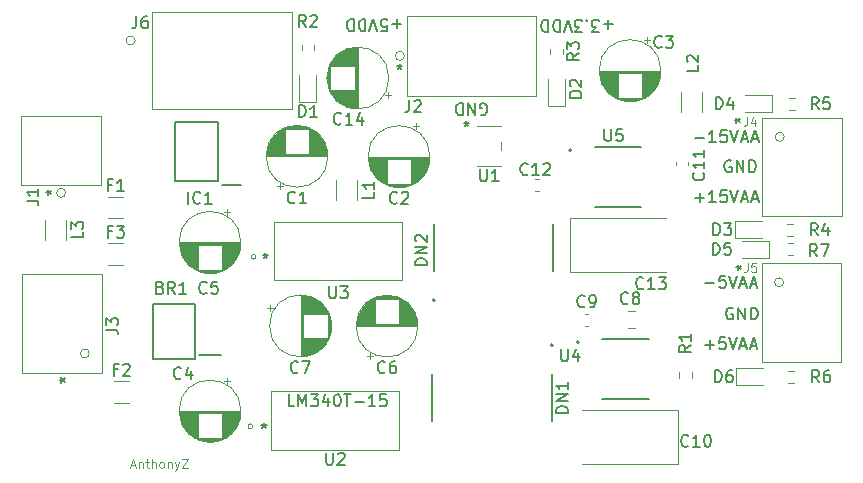
<source format=gbr>
%TF.GenerationSoftware,KiCad,Pcbnew,(6.0.9)*%
%TF.CreationDate,2022-12-07T15:32:04-05:00*%
%TF.ProjectId,CurrentSense_PS,43757272-656e-4745-9365-6e73655f5053,rev?*%
%TF.SameCoordinates,Original*%
%TF.FileFunction,Legend,Top*%
%TF.FilePolarity,Positive*%
%FSLAX46Y46*%
G04 Gerber Fmt 4.6, Leading zero omitted, Abs format (unit mm)*
G04 Created by KiCad (PCBNEW (6.0.9)) date 2022-12-07 15:32:04*
%MOMM*%
%LPD*%
G01*
G04 APERTURE LIST*
%ADD10C,0.150000*%
%ADD11C,0.120000*%
%ADD12C,0.127000*%
%ADD13C,0.200000*%
G04 APERTURE END LIST*
D10*
X115490952Y-77033428D02*
X116252857Y-77033428D01*
X115871904Y-77414380D02*
X115871904Y-76652476D01*
X117252857Y-77414380D02*
X116681428Y-77414380D01*
X116967142Y-77414380D02*
X116967142Y-76414380D01*
X116871904Y-76557238D01*
X116776666Y-76652476D01*
X116681428Y-76700095D01*
X118157619Y-76414380D02*
X117681428Y-76414380D01*
X117633809Y-76890571D01*
X117681428Y-76842952D01*
X117776666Y-76795333D01*
X118014761Y-76795333D01*
X118110000Y-76842952D01*
X118157619Y-76890571D01*
X118205238Y-76985809D01*
X118205238Y-77223904D01*
X118157619Y-77319142D01*
X118110000Y-77366761D01*
X118014761Y-77414380D01*
X117776666Y-77414380D01*
X117681428Y-77366761D01*
X117633809Y-77319142D01*
X118490952Y-76414380D02*
X118824285Y-77414380D01*
X119157619Y-76414380D01*
X119443333Y-77128666D02*
X119919523Y-77128666D01*
X119348095Y-77414380D02*
X119681428Y-76414380D01*
X120014761Y-77414380D01*
X120300476Y-77128666D02*
X120776666Y-77128666D01*
X120205238Y-77414380D02*
X120538571Y-76414380D01*
X120871904Y-77414380D01*
X115490952Y-71953428D02*
X116252857Y-71953428D01*
X117252857Y-72334380D02*
X116681428Y-72334380D01*
X116967142Y-72334380D02*
X116967142Y-71334380D01*
X116871904Y-71477238D01*
X116776666Y-71572476D01*
X116681428Y-71620095D01*
X118157619Y-71334380D02*
X117681428Y-71334380D01*
X117633809Y-71810571D01*
X117681428Y-71762952D01*
X117776666Y-71715333D01*
X118014761Y-71715333D01*
X118110000Y-71762952D01*
X118157619Y-71810571D01*
X118205238Y-71905809D01*
X118205238Y-72143904D01*
X118157619Y-72239142D01*
X118110000Y-72286761D01*
X118014761Y-72334380D01*
X117776666Y-72334380D01*
X117681428Y-72286761D01*
X117633809Y-72239142D01*
X118490952Y-71334380D02*
X118824285Y-72334380D01*
X119157619Y-71334380D01*
X119443333Y-72048666D02*
X119919523Y-72048666D01*
X119348095Y-72334380D02*
X119681428Y-71334380D01*
X120014761Y-72334380D01*
X120300476Y-72048666D02*
X120776666Y-72048666D01*
X120205238Y-72334380D02*
X120538571Y-71334380D01*
X120871904Y-72334380D01*
X118694295Y-86393400D02*
X118599057Y-86345780D01*
X118456200Y-86345780D01*
X118313342Y-86393400D01*
X118218104Y-86488638D01*
X118170485Y-86583876D01*
X118122866Y-86774352D01*
X118122866Y-86917209D01*
X118170485Y-87107685D01*
X118218104Y-87202923D01*
X118313342Y-87298161D01*
X118456200Y-87345780D01*
X118551438Y-87345780D01*
X118694295Y-87298161D01*
X118741914Y-87250542D01*
X118741914Y-86917209D01*
X118551438Y-86917209D01*
X119170485Y-87345780D02*
X119170485Y-86345780D01*
X119741914Y-87345780D01*
X119741914Y-86345780D01*
X120218104Y-87345780D02*
X120218104Y-86345780D01*
X120456200Y-86345780D01*
X120599057Y-86393400D01*
X120694295Y-86488638D01*
X120741914Y-86583876D01*
X120789533Y-86774352D01*
X120789533Y-86917209D01*
X120741914Y-87107685D01*
X120694295Y-87202923D01*
X120599057Y-87298161D01*
X120456200Y-87345780D01*
X120218104Y-87345780D01*
X97332704Y-69994400D02*
X97427942Y-70042019D01*
X97570800Y-70042019D01*
X97713657Y-69994400D01*
X97808895Y-69899161D01*
X97856514Y-69803923D01*
X97904133Y-69613447D01*
X97904133Y-69470590D01*
X97856514Y-69280114D01*
X97808895Y-69184876D01*
X97713657Y-69089638D01*
X97570800Y-69042019D01*
X97475561Y-69042019D01*
X97332704Y-69089638D01*
X97285085Y-69137257D01*
X97285085Y-69470590D01*
X97475561Y-69470590D01*
X96856514Y-69042019D02*
X96856514Y-70042019D01*
X96285085Y-69042019D01*
X96285085Y-70042019D01*
X95808895Y-69042019D02*
X95808895Y-70042019D01*
X95570800Y-70042019D01*
X95427942Y-69994400D01*
X95332704Y-69899161D01*
X95285085Y-69803923D01*
X95237466Y-69613447D01*
X95237466Y-69470590D01*
X95285085Y-69280114D01*
X95332704Y-69184876D01*
X95427942Y-69089638D01*
X95570800Y-69042019D01*
X95808895Y-69042019D01*
X118541895Y-73922000D02*
X118446657Y-73874380D01*
X118303800Y-73874380D01*
X118160942Y-73922000D01*
X118065704Y-74017238D01*
X118018085Y-74112476D01*
X117970466Y-74302952D01*
X117970466Y-74445809D01*
X118018085Y-74636285D01*
X118065704Y-74731523D01*
X118160942Y-74826761D01*
X118303800Y-74874380D01*
X118399038Y-74874380D01*
X118541895Y-74826761D01*
X118589514Y-74779142D01*
X118589514Y-74445809D01*
X118399038Y-74445809D01*
X119018085Y-74874380D02*
X119018085Y-73874380D01*
X119589514Y-74874380D01*
X119589514Y-73874380D01*
X120065704Y-74874380D02*
X120065704Y-73874380D01*
X120303800Y-73874380D01*
X120446657Y-73922000D01*
X120541895Y-74017238D01*
X120589514Y-74112476D01*
X120637133Y-74302952D01*
X120637133Y-74445809D01*
X120589514Y-74636285D01*
X120541895Y-74731523D01*
X120446657Y-74826761D01*
X120303800Y-74874380D01*
X120065704Y-74874380D01*
D11*
X67711142Y-99693000D02*
X68068285Y-99693000D01*
X67639714Y-99907285D02*
X67889714Y-99157285D01*
X68139714Y-99907285D01*
X68389714Y-99407285D02*
X68389714Y-99907285D01*
X68389714Y-99478714D02*
X68425428Y-99443000D01*
X68496857Y-99407285D01*
X68604000Y-99407285D01*
X68675428Y-99443000D01*
X68711142Y-99514428D01*
X68711142Y-99907285D01*
X68961142Y-99407285D02*
X69246857Y-99407285D01*
X69068285Y-99157285D02*
X69068285Y-99800142D01*
X69104000Y-99871571D01*
X69175428Y-99907285D01*
X69246857Y-99907285D01*
X69496857Y-99907285D02*
X69496857Y-99157285D01*
X69818285Y-99907285D02*
X69818285Y-99514428D01*
X69782571Y-99443000D01*
X69711142Y-99407285D01*
X69604000Y-99407285D01*
X69532571Y-99443000D01*
X69496857Y-99478714D01*
X70282571Y-99907285D02*
X70211142Y-99871571D01*
X70175428Y-99835857D01*
X70139714Y-99764428D01*
X70139714Y-99550142D01*
X70175428Y-99478714D01*
X70211142Y-99443000D01*
X70282571Y-99407285D01*
X70389714Y-99407285D01*
X70461142Y-99443000D01*
X70496857Y-99478714D01*
X70532571Y-99550142D01*
X70532571Y-99764428D01*
X70496857Y-99835857D01*
X70461142Y-99871571D01*
X70389714Y-99907285D01*
X70282571Y-99907285D01*
X70854000Y-99407285D02*
X70854000Y-99907285D01*
X70854000Y-99478714D02*
X70889714Y-99443000D01*
X70961142Y-99407285D01*
X71068285Y-99407285D01*
X71139714Y-99443000D01*
X71175428Y-99514428D01*
X71175428Y-99907285D01*
X71461142Y-99407285D02*
X71639714Y-99907285D01*
X71818285Y-99407285D02*
X71639714Y-99907285D01*
X71568285Y-100085857D01*
X71532571Y-100121571D01*
X71461142Y-100157285D01*
X72032571Y-99157285D02*
X72532571Y-99157285D01*
X72032571Y-99907285D01*
X72532571Y-99907285D01*
D10*
X108511600Y-62361771D02*
X107749695Y-62361771D01*
X108130647Y-61980819D02*
X108130647Y-62742723D01*
X107368742Y-62980819D02*
X106749695Y-62980819D01*
X107083028Y-62599866D01*
X106940171Y-62599866D01*
X106844933Y-62552247D01*
X106797314Y-62504628D01*
X106749695Y-62409390D01*
X106749695Y-62171295D01*
X106797314Y-62076057D01*
X106844933Y-62028438D01*
X106940171Y-61980819D01*
X107225885Y-61980819D01*
X107321123Y-62028438D01*
X107368742Y-62076057D01*
X106321123Y-62076057D02*
X106273504Y-62028438D01*
X106321123Y-61980819D01*
X106368742Y-62028438D01*
X106321123Y-62076057D01*
X106321123Y-61980819D01*
X105940171Y-62980819D02*
X105321123Y-62980819D01*
X105654457Y-62599866D01*
X105511600Y-62599866D01*
X105416361Y-62552247D01*
X105368742Y-62504628D01*
X105321123Y-62409390D01*
X105321123Y-62171295D01*
X105368742Y-62076057D01*
X105416361Y-62028438D01*
X105511600Y-61980819D01*
X105797314Y-61980819D01*
X105892552Y-62028438D01*
X105940171Y-62076057D01*
X105035409Y-62980819D02*
X104702076Y-61980819D01*
X104368742Y-62980819D01*
X104035409Y-61980819D02*
X104035409Y-62980819D01*
X103797314Y-62980819D01*
X103654457Y-62933200D01*
X103559219Y-62837961D01*
X103511600Y-62742723D01*
X103463980Y-62552247D01*
X103463980Y-62409390D01*
X103511600Y-62218914D01*
X103559219Y-62123676D01*
X103654457Y-62028438D01*
X103797314Y-61980819D01*
X104035409Y-61980819D01*
X103035409Y-61980819D02*
X103035409Y-62980819D01*
X102797314Y-62980819D01*
X102654457Y-62933200D01*
X102559219Y-62837961D01*
X102511600Y-62742723D01*
X102463980Y-62552247D01*
X102463980Y-62409390D01*
X102511600Y-62218914D01*
X102559219Y-62123676D01*
X102654457Y-62028438D01*
X102797314Y-61980819D01*
X103035409Y-61980819D01*
X116348142Y-84272428D02*
X117110047Y-84272428D01*
X118062428Y-83653380D02*
X117586238Y-83653380D01*
X117538619Y-84129571D01*
X117586238Y-84081952D01*
X117681476Y-84034333D01*
X117919571Y-84034333D01*
X118014809Y-84081952D01*
X118062428Y-84129571D01*
X118110047Y-84224809D01*
X118110047Y-84462904D01*
X118062428Y-84558142D01*
X118014809Y-84605761D01*
X117919571Y-84653380D01*
X117681476Y-84653380D01*
X117586238Y-84605761D01*
X117538619Y-84558142D01*
X118395761Y-83653380D02*
X118729095Y-84653380D01*
X119062428Y-83653380D01*
X119348142Y-84367666D02*
X119824333Y-84367666D01*
X119252904Y-84653380D02*
X119586238Y-83653380D01*
X119919571Y-84653380D01*
X120205285Y-84367666D02*
X120681476Y-84367666D01*
X120110047Y-84653380D02*
X120443380Y-83653380D01*
X120776714Y-84653380D01*
X116348142Y-89479428D02*
X117110047Y-89479428D01*
X116729095Y-89860380D02*
X116729095Y-89098476D01*
X118062428Y-88860380D02*
X117586238Y-88860380D01*
X117538619Y-89336571D01*
X117586238Y-89288952D01*
X117681476Y-89241333D01*
X117919571Y-89241333D01*
X118014809Y-89288952D01*
X118062428Y-89336571D01*
X118110047Y-89431809D01*
X118110047Y-89669904D01*
X118062428Y-89765142D01*
X118014809Y-89812761D01*
X117919571Y-89860380D01*
X117681476Y-89860380D01*
X117586238Y-89812761D01*
X117538619Y-89765142D01*
X118395761Y-88860380D02*
X118729095Y-89860380D01*
X119062428Y-88860380D01*
X119348142Y-89574666D02*
X119824333Y-89574666D01*
X119252904Y-89860380D02*
X119586238Y-88860380D01*
X119919571Y-89860380D01*
X120205285Y-89574666D02*
X120681476Y-89574666D01*
X120110047Y-89860380D02*
X120443380Y-88860380D01*
X120776714Y-89860380D01*
X90626914Y-62310971D02*
X89865009Y-62310971D01*
X90245961Y-61930019D02*
X90245961Y-62691923D01*
X88912628Y-62930019D02*
X89388819Y-62930019D01*
X89436438Y-62453828D01*
X89388819Y-62501447D01*
X89293580Y-62549066D01*
X89055485Y-62549066D01*
X88960247Y-62501447D01*
X88912628Y-62453828D01*
X88865009Y-62358590D01*
X88865009Y-62120495D01*
X88912628Y-62025257D01*
X88960247Y-61977638D01*
X89055485Y-61930019D01*
X89293580Y-61930019D01*
X89388819Y-61977638D01*
X89436438Y-62025257D01*
X88579295Y-62930019D02*
X88245961Y-61930019D01*
X87912628Y-62930019D01*
X87579295Y-61930019D02*
X87579295Y-62930019D01*
X87341200Y-62930019D01*
X87198342Y-62882400D01*
X87103104Y-62787161D01*
X87055485Y-62691923D01*
X87007866Y-62501447D01*
X87007866Y-62358590D01*
X87055485Y-62168114D01*
X87103104Y-62072876D01*
X87198342Y-61977638D01*
X87341200Y-61930019D01*
X87579295Y-61930019D01*
X86579295Y-61930019D02*
X86579295Y-62930019D01*
X86341200Y-62930019D01*
X86198342Y-62882400D01*
X86103104Y-62787161D01*
X86055485Y-62691923D01*
X86007866Y-62501447D01*
X86007866Y-62358590D01*
X86055485Y-62168114D01*
X86103104Y-62072876D01*
X86198342Y-61977638D01*
X86341200Y-61930019D01*
X86579295Y-61930019D01*
%TO.C,C4*%
X71969333Y-92305142D02*
X71921714Y-92352761D01*
X71778857Y-92400380D01*
X71683619Y-92400380D01*
X71540761Y-92352761D01*
X71445523Y-92257523D01*
X71397904Y-92162285D01*
X71350285Y-91971809D01*
X71350285Y-91828952D01*
X71397904Y-91638476D01*
X71445523Y-91543238D01*
X71540761Y-91448000D01*
X71683619Y-91400380D01*
X71778857Y-91400380D01*
X71921714Y-91448000D01*
X71969333Y-91495619D01*
X72826476Y-91733714D02*
X72826476Y-92400380D01*
X72588380Y-91352761D02*
X72350285Y-92067047D01*
X72969333Y-92067047D01*
%TO.C,D6*%
X117180904Y-92654380D02*
X117180904Y-91654380D01*
X117419000Y-91654380D01*
X117561857Y-91702000D01*
X117657095Y-91797238D01*
X117704714Y-91892476D01*
X117752333Y-92082952D01*
X117752333Y-92225809D01*
X117704714Y-92416285D01*
X117657095Y-92511523D01*
X117561857Y-92606761D01*
X117419000Y-92654380D01*
X117180904Y-92654380D01*
X118609476Y-91654380D02*
X118419000Y-91654380D01*
X118323761Y-91702000D01*
X118276142Y-91749619D01*
X118180904Y-91892476D01*
X118133285Y-92082952D01*
X118133285Y-92463904D01*
X118180904Y-92559142D01*
X118228523Y-92606761D01*
X118323761Y-92654380D01*
X118514238Y-92654380D01*
X118609476Y-92606761D01*
X118657095Y-92559142D01*
X118704714Y-92463904D01*
X118704714Y-92225809D01*
X118657095Y-92130571D01*
X118609476Y-92082952D01*
X118514238Y-92035333D01*
X118323761Y-92035333D01*
X118228523Y-92082952D01*
X118180904Y-92130571D01*
X118133285Y-92225809D01*
%TO.C,R3*%
X105641380Y-64809666D02*
X105165190Y-65143000D01*
X105641380Y-65381095D02*
X104641380Y-65381095D01*
X104641380Y-65000142D01*
X104689000Y-64904904D01*
X104736619Y-64857285D01*
X104831857Y-64809666D01*
X104974714Y-64809666D01*
X105069952Y-64857285D01*
X105117571Y-64904904D01*
X105165190Y-65000142D01*
X105165190Y-65381095D01*
X104641380Y-64476333D02*
X104641380Y-63857285D01*
X105022333Y-64190619D01*
X105022333Y-64047761D01*
X105069952Y-63952523D01*
X105117571Y-63904904D01*
X105212809Y-63857285D01*
X105450904Y-63857285D01*
X105546142Y-63904904D01*
X105593761Y-63952523D01*
X105641380Y-64047761D01*
X105641380Y-64333476D01*
X105593761Y-64428714D01*
X105546142Y-64476333D01*
%TO.C,L3*%
X63693380Y-79922666D02*
X63693380Y-80398857D01*
X62693380Y-80398857D01*
X62693380Y-79684571D02*
X62693380Y-79065523D01*
X63074333Y-79398857D01*
X63074333Y-79256000D01*
X63121952Y-79160761D01*
X63169571Y-79113142D01*
X63264809Y-79065523D01*
X63502904Y-79065523D01*
X63598142Y-79113142D01*
X63645761Y-79160761D01*
X63693380Y-79256000D01*
X63693380Y-79541714D01*
X63645761Y-79636952D01*
X63598142Y-79684571D01*
%TO.C,L1*%
X88331380Y-76544666D02*
X88331380Y-77020857D01*
X87331380Y-77020857D01*
X88331380Y-75687523D02*
X88331380Y-76258952D01*
X88331380Y-75973238D02*
X87331380Y-75973238D01*
X87474238Y-76068476D01*
X87569476Y-76163714D01*
X87617095Y-76258952D01*
%TO.C,R2*%
X82535733Y-62580780D02*
X82202400Y-62104590D01*
X81964304Y-62580780D02*
X81964304Y-61580780D01*
X82345257Y-61580780D01*
X82440495Y-61628400D01*
X82488114Y-61676019D01*
X82535733Y-61771257D01*
X82535733Y-61914114D01*
X82488114Y-62009352D01*
X82440495Y-62056971D01*
X82345257Y-62104590D01*
X81964304Y-62104590D01*
X82916685Y-61676019D02*
X82964304Y-61628400D01*
X83059542Y-61580780D01*
X83297638Y-61580780D01*
X83392876Y-61628400D01*
X83440495Y-61676019D01*
X83488114Y-61771257D01*
X83488114Y-61866495D01*
X83440495Y-62009352D01*
X82869066Y-62580780D01*
X83488114Y-62580780D01*
%TO.C,R5*%
X125944333Y-69540380D02*
X125611000Y-69064190D01*
X125372904Y-69540380D02*
X125372904Y-68540380D01*
X125753857Y-68540380D01*
X125849095Y-68588000D01*
X125896714Y-68635619D01*
X125944333Y-68730857D01*
X125944333Y-68873714D01*
X125896714Y-68968952D01*
X125849095Y-69016571D01*
X125753857Y-69064190D01*
X125372904Y-69064190D01*
X126849095Y-68540380D02*
X126372904Y-68540380D01*
X126325285Y-69016571D01*
X126372904Y-68968952D01*
X126468142Y-68921333D01*
X126706238Y-68921333D01*
X126801476Y-68968952D01*
X126849095Y-69016571D01*
X126896714Y-69111809D01*
X126896714Y-69349904D01*
X126849095Y-69445142D01*
X126801476Y-69492761D01*
X126706238Y-69540380D01*
X126468142Y-69540380D01*
X126372904Y-69492761D01*
X126325285Y-69445142D01*
%TO.C,J1*%
X58888380Y-77295333D02*
X59602666Y-77295333D01*
X59745523Y-77342952D01*
X59840761Y-77438190D01*
X59888380Y-77581047D01*
X59888380Y-77676285D01*
X59888380Y-76295333D02*
X59888380Y-76866761D01*
X59888380Y-76581047D02*
X58888380Y-76581047D01*
X59031238Y-76676285D01*
X59126476Y-76771523D01*
X59174095Y-76866761D01*
X60539380Y-76581000D02*
X60777476Y-76581000D01*
X60682238Y-76819095D02*
X60777476Y-76581000D01*
X60682238Y-76342904D01*
X60967952Y-76723857D02*
X60777476Y-76581000D01*
X60967952Y-76438142D01*
%TO.C,U1*%
X97282095Y-74636380D02*
X97282095Y-75445904D01*
X97329714Y-75541142D01*
X97377333Y-75588761D01*
X97472571Y-75636380D01*
X97663047Y-75636380D01*
X97758285Y-75588761D01*
X97805904Y-75541142D01*
X97853523Y-75445904D01*
X97853523Y-74636380D01*
X98853523Y-75636380D02*
X98282095Y-75636380D01*
X98567809Y-75636380D02*
X98567809Y-74636380D01*
X98472571Y-74779238D01*
X98377333Y-74874476D01*
X98282095Y-74922095D01*
X96139000Y-70572380D02*
X96139000Y-70810476D01*
X95900904Y-70715238D02*
X96139000Y-70810476D01*
X96377095Y-70715238D01*
X95996142Y-71000952D02*
X96139000Y-70810476D01*
X96281857Y-71000952D01*
%TO.C,C7*%
X81875333Y-91797142D02*
X81827714Y-91844761D01*
X81684857Y-91892380D01*
X81589619Y-91892380D01*
X81446761Y-91844761D01*
X81351523Y-91749523D01*
X81303904Y-91654285D01*
X81256285Y-91463809D01*
X81256285Y-91320952D01*
X81303904Y-91130476D01*
X81351523Y-91035238D01*
X81446761Y-90940000D01*
X81589619Y-90892380D01*
X81684857Y-90892380D01*
X81827714Y-90940000D01*
X81875333Y-90987619D01*
X82208666Y-90892380D02*
X82875333Y-90892380D01*
X82446761Y-91892380D01*
%TO.C,J3*%
X65619380Y-88217333D02*
X66333666Y-88217333D01*
X66476523Y-88264952D01*
X66571761Y-88360190D01*
X66619380Y-88503047D01*
X66619380Y-88598285D01*
X65619380Y-87836380D02*
X65619380Y-87217333D01*
X66000333Y-87550666D01*
X66000333Y-87407809D01*
X66047952Y-87312571D01*
X66095571Y-87264952D01*
X66190809Y-87217333D01*
X66428904Y-87217333D01*
X66524142Y-87264952D01*
X66571761Y-87312571D01*
X66619380Y-87407809D01*
X66619380Y-87693523D01*
X66571761Y-87788761D01*
X66524142Y-87836380D01*
X61682380Y-92456000D02*
X61920476Y-92456000D01*
X61825238Y-92694095D02*
X61920476Y-92456000D01*
X61825238Y-92217904D01*
X62110952Y-92598857D02*
X61920476Y-92456000D01*
X62110952Y-92313142D01*
D11*
%TO.C,J4*%
X119892000Y-70201285D02*
X119892000Y-70737000D01*
X119856285Y-70844142D01*
X119784857Y-70915571D01*
X119677714Y-70951285D01*
X119606285Y-70951285D01*
X120570571Y-70451285D02*
X120570571Y-70951285D01*
X120392000Y-70165571D02*
X120213428Y-70701285D01*
X120677714Y-70701285D01*
D10*
X118832380Y-70485000D02*
X119070476Y-70485000D01*
X118975238Y-70723095D02*
X119070476Y-70485000D01*
X118975238Y-70246904D01*
X119260952Y-70627857D02*
X119070476Y-70485000D01*
X119260952Y-70342142D01*
%TO.C,R4*%
X125880333Y-80208380D02*
X125547000Y-79732190D01*
X125308904Y-80208380D02*
X125308904Y-79208380D01*
X125689857Y-79208380D01*
X125785095Y-79256000D01*
X125832714Y-79303619D01*
X125880333Y-79398857D01*
X125880333Y-79541714D01*
X125832714Y-79636952D01*
X125785095Y-79684571D01*
X125689857Y-79732190D01*
X125308904Y-79732190D01*
X126737476Y-79541714D02*
X126737476Y-80208380D01*
X126499380Y-79160761D02*
X126261285Y-79875047D01*
X126880333Y-79875047D01*
%TO.C,C13*%
X111117142Y-84685142D02*
X111069523Y-84732761D01*
X110926666Y-84780380D01*
X110831428Y-84780380D01*
X110688571Y-84732761D01*
X110593333Y-84637523D01*
X110545714Y-84542285D01*
X110498095Y-84351809D01*
X110498095Y-84208952D01*
X110545714Y-84018476D01*
X110593333Y-83923238D01*
X110688571Y-83828000D01*
X110831428Y-83780380D01*
X110926666Y-83780380D01*
X111069523Y-83828000D01*
X111117142Y-83875619D01*
X112069523Y-84780380D02*
X111498095Y-84780380D01*
X111783809Y-84780380D02*
X111783809Y-83780380D01*
X111688571Y-83923238D01*
X111593333Y-84018476D01*
X111498095Y-84066095D01*
X112402857Y-83780380D02*
X113021904Y-83780380D01*
X112688571Y-84161333D01*
X112831428Y-84161333D01*
X112926666Y-84208952D01*
X112974285Y-84256571D01*
X113021904Y-84351809D01*
X113021904Y-84589904D01*
X112974285Y-84685142D01*
X112926666Y-84732761D01*
X112831428Y-84780380D01*
X112545714Y-84780380D01*
X112450476Y-84732761D01*
X112402857Y-84685142D01*
%TO.C,F1*%
X66087666Y-75959571D02*
X65754333Y-75959571D01*
X65754333Y-76483380D02*
X65754333Y-75483380D01*
X66230523Y-75483380D01*
X67135285Y-76483380D02*
X66563857Y-76483380D01*
X66849571Y-76483380D02*
X66849571Y-75483380D01*
X66754333Y-75626238D01*
X66659095Y-75721476D01*
X66563857Y-75769095D01*
%TO.C,C3*%
X112663333Y-64237142D02*
X112615714Y-64284761D01*
X112472857Y-64332380D01*
X112377619Y-64332380D01*
X112234761Y-64284761D01*
X112139523Y-64189523D01*
X112091904Y-64094285D01*
X112044285Y-63903809D01*
X112044285Y-63760952D01*
X112091904Y-63570476D01*
X112139523Y-63475238D01*
X112234761Y-63380000D01*
X112377619Y-63332380D01*
X112472857Y-63332380D01*
X112615714Y-63380000D01*
X112663333Y-63427619D01*
X112996666Y-63332380D02*
X113615714Y-63332380D01*
X113282380Y-63713333D01*
X113425238Y-63713333D01*
X113520476Y-63760952D01*
X113568095Y-63808571D01*
X113615714Y-63903809D01*
X113615714Y-64141904D01*
X113568095Y-64237142D01*
X113520476Y-64284761D01*
X113425238Y-64332380D01*
X113139523Y-64332380D01*
X113044285Y-64284761D01*
X112996666Y-64237142D01*
%TO.C,R1*%
X115107980Y-89523866D02*
X114631790Y-89857200D01*
X115107980Y-90095295D02*
X114107980Y-90095295D01*
X114107980Y-89714342D01*
X114155600Y-89619104D01*
X114203219Y-89571485D01*
X114298457Y-89523866D01*
X114441314Y-89523866D01*
X114536552Y-89571485D01*
X114584171Y-89619104D01*
X114631790Y-89714342D01*
X114631790Y-90095295D01*
X115107980Y-88571485D02*
X115107980Y-89142914D01*
X115107980Y-88857200D02*
X114107980Y-88857200D01*
X114250838Y-88952438D01*
X114346076Y-89047676D01*
X114393695Y-89142914D01*
%TO.C,C10*%
X114927142Y-98020142D02*
X114879523Y-98067761D01*
X114736666Y-98115380D01*
X114641428Y-98115380D01*
X114498571Y-98067761D01*
X114403333Y-97972523D01*
X114355714Y-97877285D01*
X114308095Y-97686809D01*
X114308095Y-97543952D01*
X114355714Y-97353476D01*
X114403333Y-97258238D01*
X114498571Y-97163000D01*
X114641428Y-97115380D01*
X114736666Y-97115380D01*
X114879523Y-97163000D01*
X114927142Y-97210619D01*
X115879523Y-98115380D02*
X115308095Y-98115380D01*
X115593809Y-98115380D02*
X115593809Y-97115380D01*
X115498571Y-97258238D01*
X115403333Y-97353476D01*
X115308095Y-97401095D01*
X116498571Y-97115380D02*
X116593809Y-97115380D01*
X116689047Y-97163000D01*
X116736666Y-97210619D01*
X116784285Y-97305857D01*
X116831904Y-97496333D01*
X116831904Y-97734428D01*
X116784285Y-97924904D01*
X116736666Y-98020142D01*
X116689047Y-98067761D01*
X116593809Y-98115380D01*
X116498571Y-98115380D01*
X116403333Y-98067761D01*
X116355714Y-98020142D01*
X116308095Y-97924904D01*
X116260476Y-97734428D01*
X116260476Y-97496333D01*
X116308095Y-97305857D01*
X116355714Y-97210619D01*
X116403333Y-97163000D01*
X116498571Y-97115380D01*
%TO.C,D4*%
X117244904Y-69540380D02*
X117244904Y-68540380D01*
X117483000Y-68540380D01*
X117625857Y-68588000D01*
X117721095Y-68683238D01*
X117768714Y-68778476D01*
X117816333Y-68968952D01*
X117816333Y-69111809D01*
X117768714Y-69302285D01*
X117721095Y-69397523D01*
X117625857Y-69492761D01*
X117483000Y-69540380D01*
X117244904Y-69540380D01*
X118673476Y-68873714D02*
X118673476Y-69540380D01*
X118435380Y-68492761D02*
X118197285Y-69207047D01*
X118816333Y-69207047D01*
%TO.C,C8*%
X109815333Y-85955142D02*
X109767714Y-86002761D01*
X109624857Y-86050380D01*
X109529619Y-86050380D01*
X109386761Y-86002761D01*
X109291523Y-85907523D01*
X109243904Y-85812285D01*
X109196285Y-85621809D01*
X109196285Y-85478952D01*
X109243904Y-85288476D01*
X109291523Y-85193238D01*
X109386761Y-85098000D01*
X109529619Y-85050380D01*
X109624857Y-85050380D01*
X109767714Y-85098000D01*
X109815333Y-85145619D01*
X110386761Y-85478952D02*
X110291523Y-85431333D01*
X110243904Y-85383714D01*
X110196285Y-85288476D01*
X110196285Y-85240857D01*
X110243904Y-85145619D01*
X110291523Y-85098000D01*
X110386761Y-85050380D01*
X110577238Y-85050380D01*
X110672476Y-85098000D01*
X110720095Y-85145619D01*
X110767714Y-85240857D01*
X110767714Y-85288476D01*
X110720095Y-85383714D01*
X110672476Y-85431333D01*
X110577238Y-85478952D01*
X110386761Y-85478952D01*
X110291523Y-85526571D01*
X110243904Y-85574190D01*
X110196285Y-85669428D01*
X110196285Y-85859904D01*
X110243904Y-85955142D01*
X110291523Y-86002761D01*
X110386761Y-86050380D01*
X110577238Y-86050380D01*
X110672476Y-86002761D01*
X110720095Y-85955142D01*
X110767714Y-85859904D01*
X110767714Y-85669428D01*
X110720095Y-85574190D01*
X110672476Y-85526571D01*
X110577238Y-85478952D01*
%TO.C,C14*%
X85517142Y-70747142D02*
X85469523Y-70794761D01*
X85326666Y-70842380D01*
X85231428Y-70842380D01*
X85088571Y-70794761D01*
X84993333Y-70699523D01*
X84945714Y-70604285D01*
X84898095Y-70413809D01*
X84898095Y-70270952D01*
X84945714Y-70080476D01*
X84993333Y-69985238D01*
X85088571Y-69890000D01*
X85231428Y-69842380D01*
X85326666Y-69842380D01*
X85469523Y-69890000D01*
X85517142Y-69937619D01*
X86469523Y-70842380D02*
X85898095Y-70842380D01*
X86183809Y-70842380D02*
X86183809Y-69842380D01*
X86088571Y-69985238D01*
X85993333Y-70080476D01*
X85898095Y-70128095D01*
X87326666Y-70175714D02*
X87326666Y-70842380D01*
X87088571Y-69794761D02*
X86850476Y-70509047D01*
X87469523Y-70509047D01*
%TO.C,C5*%
X74128333Y-85066142D02*
X74080714Y-85113761D01*
X73937857Y-85161380D01*
X73842619Y-85161380D01*
X73699761Y-85113761D01*
X73604523Y-85018523D01*
X73556904Y-84923285D01*
X73509285Y-84732809D01*
X73509285Y-84589952D01*
X73556904Y-84399476D01*
X73604523Y-84304238D01*
X73699761Y-84209000D01*
X73842619Y-84161380D01*
X73937857Y-84161380D01*
X74080714Y-84209000D01*
X74128333Y-84256619D01*
X75033095Y-84161380D02*
X74556904Y-84161380D01*
X74509285Y-84637571D01*
X74556904Y-84589952D01*
X74652142Y-84542333D01*
X74890238Y-84542333D01*
X74985476Y-84589952D01*
X75033095Y-84637571D01*
X75080714Y-84732809D01*
X75080714Y-84970904D01*
X75033095Y-85066142D01*
X74985476Y-85113761D01*
X74890238Y-85161380D01*
X74652142Y-85161380D01*
X74556904Y-85113761D01*
X74509285Y-85066142D01*
%TO.C,F2*%
X66595666Y-91580571D02*
X66262333Y-91580571D01*
X66262333Y-92104380D02*
X66262333Y-91104380D01*
X66738523Y-91104380D01*
X67071857Y-91199619D02*
X67119476Y-91152000D01*
X67214714Y-91104380D01*
X67452809Y-91104380D01*
X67548047Y-91152000D01*
X67595666Y-91199619D01*
X67643285Y-91294857D01*
X67643285Y-91390095D01*
X67595666Y-91532952D01*
X67024238Y-92104380D01*
X67643285Y-92104380D01*
%TO.C,D1*%
X81964304Y-70200780D02*
X81964304Y-69200780D01*
X82202400Y-69200780D01*
X82345257Y-69248400D01*
X82440495Y-69343638D01*
X82488114Y-69438876D01*
X82535733Y-69629352D01*
X82535733Y-69772209D01*
X82488114Y-69962685D01*
X82440495Y-70057923D01*
X82345257Y-70153161D01*
X82202400Y-70200780D01*
X81964304Y-70200780D01*
X83488114Y-70200780D02*
X82916685Y-70200780D01*
X83202400Y-70200780D02*
X83202400Y-69200780D01*
X83107161Y-69343638D01*
X83011923Y-69438876D01*
X82916685Y-69486495D01*
%TO.C,U5*%
X107820095Y-71226380D02*
X107820095Y-72035904D01*
X107867714Y-72131142D01*
X107915333Y-72178761D01*
X108010571Y-72226380D01*
X108201047Y-72226380D01*
X108296285Y-72178761D01*
X108343904Y-72131142D01*
X108391523Y-72035904D01*
X108391523Y-71226380D01*
X109343904Y-71226380D02*
X108867714Y-71226380D01*
X108820095Y-71702571D01*
X108867714Y-71654952D01*
X108962952Y-71607333D01*
X109201047Y-71607333D01*
X109296285Y-71654952D01*
X109343904Y-71702571D01*
X109391523Y-71797809D01*
X109391523Y-72035904D01*
X109343904Y-72131142D01*
X109296285Y-72178761D01*
X109201047Y-72226380D01*
X108962952Y-72226380D01*
X108867714Y-72178761D01*
X108820095Y-72131142D01*
%TO.C,C9*%
X106145333Y-86209142D02*
X106097714Y-86256761D01*
X105954857Y-86304380D01*
X105859619Y-86304380D01*
X105716761Y-86256761D01*
X105621523Y-86161523D01*
X105573904Y-86066285D01*
X105526285Y-85875809D01*
X105526285Y-85732952D01*
X105573904Y-85542476D01*
X105621523Y-85447238D01*
X105716761Y-85352000D01*
X105859619Y-85304380D01*
X105954857Y-85304380D01*
X106097714Y-85352000D01*
X106145333Y-85399619D01*
X106621523Y-86304380D02*
X106812000Y-86304380D01*
X106907238Y-86256761D01*
X106954857Y-86209142D01*
X107050095Y-86066285D01*
X107097714Y-85875809D01*
X107097714Y-85494857D01*
X107050095Y-85399619D01*
X107002476Y-85352000D01*
X106907238Y-85304380D01*
X106716761Y-85304380D01*
X106621523Y-85352000D01*
X106573904Y-85399619D01*
X106526285Y-85494857D01*
X106526285Y-85732952D01*
X106573904Y-85828190D01*
X106621523Y-85875809D01*
X106716761Y-85923428D01*
X106907238Y-85923428D01*
X107002476Y-85875809D01*
X107050095Y-85828190D01*
X107097714Y-85732952D01*
%TO.C,U4*%
X104140095Y-89876380D02*
X104140095Y-90685904D01*
X104187714Y-90781142D01*
X104235333Y-90828761D01*
X104330571Y-90876380D01*
X104521047Y-90876380D01*
X104616285Y-90828761D01*
X104663904Y-90781142D01*
X104711523Y-90685904D01*
X104711523Y-89876380D01*
X105616285Y-90209714D02*
X105616285Y-90876380D01*
X105378190Y-89828761D02*
X105140095Y-90543047D01*
X105759142Y-90543047D01*
%TO.C,DN2*%
X92781380Y-82742904D02*
X91781380Y-82742904D01*
X91781380Y-82504809D01*
X91829000Y-82361952D01*
X91924238Y-82266714D01*
X92019476Y-82219095D01*
X92209952Y-82171476D01*
X92352809Y-82171476D01*
X92543285Y-82219095D01*
X92638523Y-82266714D01*
X92733761Y-82361952D01*
X92781380Y-82504809D01*
X92781380Y-82742904D01*
X92781380Y-81742904D02*
X91781380Y-81742904D01*
X92781380Y-81171476D01*
X91781380Y-81171476D01*
X91876619Y-80742904D02*
X91829000Y-80695285D01*
X91781380Y-80600047D01*
X91781380Y-80361952D01*
X91829000Y-80266714D01*
X91876619Y-80219095D01*
X91971857Y-80171476D01*
X92067095Y-80171476D01*
X92209952Y-80219095D01*
X92781380Y-80790523D01*
X92781380Y-80171476D01*
%TO.C,L2*%
X115768380Y-65825666D02*
X115768380Y-66301857D01*
X114768380Y-66301857D01*
X114863619Y-65539952D02*
X114816000Y-65492333D01*
X114768380Y-65397095D01*
X114768380Y-65159000D01*
X114816000Y-65063761D01*
X114863619Y-65016142D01*
X114958857Y-64968523D01*
X115054095Y-64968523D01*
X115196952Y-65016142D01*
X115768380Y-65587571D01*
X115768380Y-64968523D01*
%TO.C,C2*%
X90257333Y-77446142D02*
X90209714Y-77493761D01*
X90066857Y-77541380D01*
X89971619Y-77541380D01*
X89828761Y-77493761D01*
X89733523Y-77398523D01*
X89685904Y-77303285D01*
X89638285Y-77112809D01*
X89638285Y-76969952D01*
X89685904Y-76779476D01*
X89733523Y-76684238D01*
X89828761Y-76589000D01*
X89971619Y-76541380D01*
X90066857Y-76541380D01*
X90209714Y-76589000D01*
X90257333Y-76636619D01*
X90638285Y-76636619D02*
X90685904Y-76589000D01*
X90781142Y-76541380D01*
X91019238Y-76541380D01*
X91114476Y-76589000D01*
X91162095Y-76636619D01*
X91209714Y-76731857D01*
X91209714Y-76827095D01*
X91162095Y-76969952D01*
X90590666Y-77541380D01*
X91209714Y-77541380D01*
%TO.C,D3*%
X117053904Y-80208380D02*
X117053904Y-79208380D01*
X117292000Y-79208380D01*
X117434857Y-79256000D01*
X117530095Y-79351238D01*
X117577714Y-79446476D01*
X117625333Y-79636952D01*
X117625333Y-79779809D01*
X117577714Y-79970285D01*
X117530095Y-80065523D01*
X117434857Y-80160761D01*
X117292000Y-80208380D01*
X117053904Y-80208380D01*
X117958666Y-79208380D02*
X118577714Y-79208380D01*
X118244380Y-79589333D01*
X118387238Y-79589333D01*
X118482476Y-79636952D01*
X118530095Y-79684571D01*
X118577714Y-79779809D01*
X118577714Y-80017904D01*
X118530095Y-80113142D01*
X118482476Y-80160761D01*
X118387238Y-80208380D01*
X118101523Y-80208380D01*
X118006285Y-80160761D01*
X117958666Y-80113142D01*
%TO.C,BR1*%
X70215238Y-84637571D02*
X70358095Y-84685190D01*
X70405714Y-84732809D01*
X70453333Y-84828047D01*
X70453333Y-84970904D01*
X70405714Y-85066142D01*
X70358095Y-85113761D01*
X70262857Y-85161380D01*
X69881904Y-85161380D01*
X69881904Y-84161380D01*
X70215238Y-84161380D01*
X70310476Y-84209000D01*
X70358095Y-84256619D01*
X70405714Y-84351857D01*
X70405714Y-84447095D01*
X70358095Y-84542333D01*
X70310476Y-84589952D01*
X70215238Y-84637571D01*
X69881904Y-84637571D01*
X71453333Y-85161380D02*
X71120000Y-84685190D01*
X70881904Y-85161380D02*
X70881904Y-84161380D01*
X71262857Y-84161380D01*
X71358095Y-84209000D01*
X71405714Y-84256619D01*
X71453333Y-84351857D01*
X71453333Y-84494714D01*
X71405714Y-84589952D01*
X71358095Y-84637571D01*
X71262857Y-84685190D01*
X70881904Y-84685190D01*
X72405714Y-85161380D02*
X71834285Y-85161380D01*
X72120000Y-85161380D02*
X72120000Y-84161380D01*
X72024761Y-84304238D01*
X71929523Y-84399476D01*
X71834285Y-84447095D01*
%TO.C,D5*%
X116990904Y-81859380D02*
X116990904Y-80859380D01*
X117229000Y-80859380D01*
X117371857Y-80907000D01*
X117467095Y-81002238D01*
X117514714Y-81097476D01*
X117562333Y-81287952D01*
X117562333Y-81430809D01*
X117514714Y-81621285D01*
X117467095Y-81716523D01*
X117371857Y-81811761D01*
X117229000Y-81859380D01*
X116990904Y-81859380D01*
X118467095Y-80859380D02*
X117990904Y-80859380D01*
X117943285Y-81335571D01*
X117990904Y-81287952D01*
X118086142Y-81240333D01*
X118324238Y-81240333D01*
X118419476Y-81287952D01*
X118467095Y-81335571D01*
X118514714Y-81430809D01*
X118514714Y-81668904D01*
X118467095Y-81764142D01*
X118419476Y-81811761D01*
X118324238Y-81859380D01*
X118086142Y-81859380D01*
X117990904Y-81811761D01*
X117943285Y-81764142D01*
%TO.C,DN1*%
X104719380Y-95241904D02*
X103719380Y-95241904D01*
X103719380Y-95003809D01*
X103767000Y-94860952D01*
X103862238Y-94765714D01*
X103957476Y-94718095D01*
X104147952Y-94670476D01*
X104290809Y-94670476D01*
X104481285Y-94718095D01*
X104576523Y-94765714D01*
X104671761Y-94860952D01*
X104719380Y-95003809D01*
X104719380Y-95241904D01*
X104719380Y-94241904D02*
X103719380Y-94241904D01*
X104719380Y-93670476D01*
X103719380Y-93670476D01*
X104719380Y-92670476D02*
X104719380Y-93241904D01*
X104719380Y-92956190D02*
X103719380Y-92956190D01*
X103862238Y-93051428D01*
X103957476Y-93146666D01*
X104005095Y-93241904D01*
%TO.C,R7*%
X125817333Y-81986380D02*
X125484000Y-81510190D01*
X125245904Y-81986380D02*
X125245904Y-80986380D01*
X125626857Y-80986380D01*
X125722095Y-81034000D01*
X125769714Y-81081619D01*
X125817333Y-81176857D01*
X125817333Y-81319714D01*
X125769714Y-81414952D01*
X125722095Y-81462571D01*
X125626857Y-81510190D01*
X125245904Y-81510190D01*
X126150666Y-80986380D02*
X126817333Y-80986380D01*
X126388761Y-81986380D01*
%TO.C,C11*%
X116181142Y-74937857D02*
X116228761Y-74985476D01*
X116276380Y-75128333D01*
X116276380Y-75223571D01*
X116228761Y-75366428D01*
X116133523Y-75461666D01*
X116038285Y-75509285D01*
X115847809Y-75556904D01*
X115704952Y-75556904D01*
X115514476Y-75509285D01*
X115419238Y-75461666D01*
X115324000Y-75366428D01*
X115276380Y-75223571D01*
X115276380Y-75128333D01*
X115324000Y-74985476D01*
X115371619Y-74937857D01*
X116276380Y-73985476D02*
X116276380Y-74556904D01*
X116276380Y-74271190D02*
X115276380Y-74271190D01*
X115419238Y-74366428D01*
X115514476Y-74461666D01*
X115562095Y-74556904D01*
X116276380Y-73033095D02*
X116276380Y-73604523D01*
X116276380Y-73318809D02*
X115276380Y-73318809D01*
X115419238Y-73414047D01*
X115514476Y-73509285D01*
X115562095Y-73604523D01*
%TO.C,J6*%
X68195866Y-61682380D02*
X68195866Y-62396666D01*
X68148247Y-62539523D01*
X68053009Y-62634761D01*
X67910152Y-62682380D01*
X67814914Y-62682380D01*
X69100628Y-61682380D02*
X68910152Y-61682380D01*
X68814914Y-61730000D01*
X68767295Y-61777619D01*
X68672057Y-61920476D01*
X68624438Y-62110952D01*
X68624438Y-62491904D01*
X68672057Y-62587142D01*
X68719676Y-62634761D01*
X68814914Y-62682380D01*
X69005390Y-62682380D01*
X69100628Y-62634761D01*
X69148247Y-62587142D01*
X69195866Y-62491904D01*
X69195866Y-62253809D01*
X69148247Y-62158571D01*
X69100628Y-62110952D01*
X69005390Y-62063333D01*
X68814914Y-62063333D01*
X68719676Y-62110952D01*
X68672057Y-62158571D01*
X68624438Y-62253809D01*
D11*
%TO.C,J5*%
X119943000Y-82571085D02*
X119943000Y-83106800D01*
X119907285Y-83213942D01*
X119835857Y-83285371D01*
X119728714Y-83321085D01*
X119657285Y-83321085D01*
X120657285Y-82571085D02*
X120300142Y-82571085D01*
X120264428Y-82928228D01*
X120300142Y-82892514D01*
X120371571Y-82856800D01*
X120550142Y-82856800D01*
X120621571Y-82892514D01*
X120657285Y-82928228D01*
X120693000Y-82999657D01*
X120693000Y-83178228D01*
X120657285Y-83249657D01*
X120621571Y-83285371D01*
X120550142Y-83321085D01*
X120371571Y-83321085D01*
X120300142Y-83285371D01*
X120264428Y-83249657D01*
D10*
X118959380Y-82931000D02*
X119197476Y-82931000D01*
X119102238Y-83169095D02*
X119197476Y-82931000D01*
X119102238Y-82692904D01*
X119387952Y-83073857D02*
X119197476Y-82931000D01*
X119387952Y-82788142D01*
%TO.C,U3*%
X84510695Y-84542380D02*
X84510695Y-85351904D01*
X84558314Y-85447142D01*
X84605933Y-85494761D01*
X84701171Y-85542380D01*
X84891647Y-85542380D01*
X84986885Y-85494761D01*
X85034504Y-85447142D01*
X85082123Y-85351904D01*
X85082123Y-84542380D01*
X85463076Y-84542380D02*
X86082123Y-84542380D01*
X85748790Y-84923333D01*
X85891647Y-84923333D01*
X85986885Y-84970952D01*
X86034504Y-85018571D01*
X86082123Y-85113809D01*
X86082123Y-85351904D01*
X86034504Y-85447142D01*
X85986885Y-85494761D01*
X85891647Y-85542380D01*
X85605933Y-85542380D01*
X85510695Y-85494761D01*
X85463076Y-85447142D01*
X79121000Y-81748380D02*
X79121000Y-81986476D01*
X78882904Y-81891238D02*
X79121000Y-81986476D01*
X79359095Y-81891238D01*
X78978142Y-82176952D02*
X79121000Y-81986476D01*
X79263857Y-82176952D01*
%TO.C,C12*%
X101324562Y-75033142D02*
X101276943Y-75080761D01*
X101134086Y-75128380D01*
X101038848Y-75128380D01*
X100895991Y-75080761D01*
X100800753Y-74985523D01*
X100753134Y-74890285D01*
X100705515Y-74699809D01*
X100705515Y-74556952D01*
X100753134Y-74366476D01*
X100800753Y-74271238D01*
X100895991Y-74176000D01*
X101038848Y-74128380D01*
X101134086Y-74128380D01*
X101276943Y-74176000D01*
X101324562Y-74223619D01*
X102276943Y-75128380D02*
X101705515Y-75128380D01*
X101991229Y-75128380D02*
X101991229Y-74128380D01*
X101895991Y-74271238D01*
X101800753Y-74366476D01*
X101705515Y-74414095D01*
X102657896Y-74223619D02*
X102705515Y-74176000D01*
X102800753Y-74128380D01*
X103038848Y-74128380D01*
X103134086Y-74176000D01*
X103181705Y-74223619D01*
X103229324Y-74318857D01*
X103229324Y-74414095D01*
X103181705Y-74556952D01*
X102610277Y-75128380D01*
X103229324Y-75128380D01*
%TO.C,U2*%
X84256695Y-98639380D02*
X84256695Y-99448904D01*
X84304314Y-99544142D01*
X84351933Y-99591761D01*
X84447171Y-99639380D01*
X84637647Y-99639380D01*
X84732885Y-99591761D01*
X84780504Y-99544142D01*
X84828123Y-99448904D01*
X84828123Y-98639380D01*
X85256695Y-98734619D02*
X85304314Y-98687000D01*
X85399552Y-98639380D01*
X85637647Y-98639380D01*
X85732885Y-98687000D01*
X85780504Y-98734619D01*
X85828123Y-98829857D01*
X85828123Y-98925095D01*
X85780504Y-99067952D01*
X85209076Y-99639380D01*
X85828123Y-99639380D01*
X81574142Y-94686380D02*
X81097952Y-94686380D01*
X81097952Y-93686380D01*
X81907476Y-94686380D02*
X81907476Y-93686380D01*
X82240809Y-94400666D01*
X82574142Y-93686380D01*
X82574142Y-94686380D01*
X82955095Y-93686380D02*
X83574142Y-93686380D01*
X83240809Y-94067333D01*
X83383666Y-94067333D01*
X83478904Y-94114952D01*
X83526523Y-94162571D01*
X83574142Y-94257809D01*
X83574142Y-94495904D01*
X83526523Y-94591142D01*
X83478904Y-94638761D01*
X83383666Y-94686380D01*
X83097952Y-94686380D01*
X83002714Y-94638761D01*
X82955095Y-94591142D01*
X84431285Y-94019714D02*
X84431285Y-94686380D01*
X84193190Y-93638761D02*
X83955095Y-94353047D01*
X84574142Y-94353047D01*
X85145571Y-93686380D02*
X85240809Y-93686380D01*
X85336047Y-93734000D01*
X85383666Y-93781619D01*
X85431285Y-93876857D01*
X85478904Y-94067333D01*
X85478904Y-94305428D01*
X85431285Y-94495904D01*
X85383666Y-94591142D01*
X85336047Y-94638761D01*
X85240809Y-94686380D01*
X85145571Y-94686380D01*
X85050333Y-94638761D01*
X85002714Y-94591142D01*
X84955095Y-94495904D01*
X84907476Y-94305428D01*
X84907476Y-94067333D01*
X84955095Y-93876857D01*
X85002714Y-93781619D01*
X85050333Y-93734000D01*
X85145571Y-93686380D01*
X85764619Y-93686380D02*
X86336047Y-93686380D01*
X86050333Y-94686380D02*
X86050333Y-93686380D01*
X86669380Y-94305428D02*
X87431285Y-94305428D01*
X88431285Y-94686380D02*
X87859857Y-94686380D01*
X88145571Y-94686380D02*
X88145571Y-93686380D01*
X88050333Y-93829238D01*
X87955095Y-93924476D01*
X87859857Y-93972095D01*
X89336047Y-93686380D02*
X88859857Y-93686380D01*
X88812238Y-94162571D01*
X88859857Y-94114952D01*
X88955095Y-94067333D01*
X89193190Y-94067333D01*
X89288428Y-94114952D01*
X89336047Y-94162571D01*
X89383666Y-94257809D01*
X89383666Y-94495904D01*
X89336047Y-94591142D01*
X89288428Y-94638761D01*
X89193190Y-94686380D01*
X88955095Y-94686380D01*
X88859857Y-94638761D01*
X88812238Y-94591142D01*
X78994000Y-96099380D02*
X78994000Y-96337476D01*
X78755904Y-96242238D02*
X78994000Y-96337476D01*
X79232095Y-96242238D01*
X78851142Y-96527952D02*
X78994000Y-96337476D01*
X79136857Y-96527952D01*
%TO.C,R6*%
X126007333Y-92654380D02*
X125674000Y-92178190D01*
X125435904Y-92654380D02*
X125435904Y-91654380D01*
X125816857Y-91654380D01*
X125912095Y-91702000D01*
X125959714Y-91749619D01*
X126007333Y-91844857D01*
X126007333Y-91987714D01*
X125959714Y-92082952D01*
X125912095Y-92130571D01*
X125816857Y-92178190D01*
X125435904Y-92178190D01*
X126864476Y-91654380D02*
X126674000Y-91654380D01*
X126578761Y-91702000D01*
X126531142Y-91749619D01*
X126435904Y-91892476D01*
X126388285Y-92082952D01*
X126388285Y-92463904D01*
X126435904Y-92559142D01*
X126483523Y-92606761D01*
X126578761Y-92654380D01*
X126769238Y-92654380D01*
X126864476Y-92606761D01*
X126912095Y-92559142D01*
X126959714Y-92463904D01*
X126959714Y-92225809D01*
X126912095Y-92130571D01*
X126864476Y-92082952D01*
X126769238Y-92035333D01*
X126578761Y-92035333D01*
X126483523Y-92082952D01*
X126435904Y-92130571D01*
X126388285Y-92225809D01*
%TO.C,C6*%
X89241333Y-91797142D02*
X89193714Y-91844761D01*
X89050857Y-91892380D01*
X88955619Y-91892380D01*
X88812761Y-91844761D01*
X88717523Y-91749523D01*
X88669904Y-91654285D01*
X88622285Y-91463809D01*
X88622285Y-91320952D01*
X88669904Y-91130476D01*
X88717523Y-91035238D01*
X88812761Y-90940000D01*
X88955619Y-90892380D01*
X89050857Y-90892380D01*
X89193714Y-90940000D01*
X89241333Y-90987619D01*
X90098476Y-90892380D02*
X89908000Y-90892380D01*
X89812761Y-90940000D01*
X89765142Y-90987619D01*
X89669904Y-91130476D01*
X89622285Y-91320952D01*
X89622285Y-91701904D01*
X89669904Y-91797142D01*
X89717523Y-91844761D01*
X89812761Y-91892380D01*
X90003238Y-91892380D01*
X90098476Y-91844761D01*
X90146095Y-91797142D01*
X90193714Y-91701904D01*
X90193714Y-91463809D01*
X90146095Y-91368571D01*
X90098476Y-91320952D01*
X90003238Y-91273333D01*
X89812761Y-91273333D01*
X89717523Y-91320952D01*
X89669904Y-91368571D01*
X89622285Y-91463809D01*
%TO.C,D2*%
X105862380Y-68556095D02*
X104862380Y-68556095D01*
X104862380Y-68318000D01*
X104910000Y-68175142D01*
X105005238Y-68079904D01*
X105100476Y-68032285D01*
X105290952Y-67984666D01*
X105433809Y-67984666D01*
X105624285Y-68032285D01*
X105719523Y-68079904D01*
X105814761Y-68175142D01*
X105862380Y-68318000D01*
X105862380Y-68556095D01*
X104957619Y-67603714D02*
X104910000Y-67556095D01*
X104862380Y-67460857D01*
X104862380Y-67222761D01*
X104910000Y-67127523D01*
X104957619Y-67079904D01*
X105052857Y-67032285D01*
X105148095Y-67032285D01*
X105290952Y-67079904D01*
X105862380Y-67651333D01*
X105862380Y-67032285D01*
%TO.C,F3*%
X66087666Y-79896571D02*
X65754333Y-79896571D01*
X65754333Y-80420380D02*
X65754333Y-79420380D01*
X66230523Y-79420380D01*
X66516238Y-79420380D02*
X67135285Y-79420380D01*
X66801952Y-79801333D01*
X66944809Y-79801333D01*
X67040047Y-79848952D01*
X67087666Y-79896571D01*
X67135285Y-79991809D01*
X67135285Y-80229904D01*
X67087666Y-80325142D01*
X67040047Y-80372761D01*
X66944809Y-80420380D01*
X66659095Y-80420380D01*
X66563857Y-80372761D01*
X66516238Y-80325142D01*
%TO.C,C1*%
X81621333Y-77421254D02*
X81573714Y-77468873D01*
X81430857Y-77516492D01*
X81335619Y-77516492D01*
X81192761Y-77468873D01*
X81097523Y-77373635D01*
X81049904Y-77278397D01*
X81002285Y-77087921D01*
X81002285Y-76945064D01*
X81049904Y-76754588D01*
X81097523Y-76659350D01*
X81192761Y-76564112D01*
X81335619Y-76516492D01*
X81430857Y-76516492D01*
X81573714Y-76564112D01*
X81621333Y-76611731D01*
X82573714Y-77516492D02*
X82002285Y-77516492D01*
X82288000Y-77516492D02*
X82288000Y-76516492D01*
X82192761Y-76659350D01*
X82097523Y-76754588D01*
X82002285Y-76802207D01*
%TO.C,J2*%
X91284466Y-68794380D02*
X91284466Y-69508666D01*
X91236847Y-69651523D01*
X91141609Y-69746761D01*
X90998752Y-69794380D01*
X90903514Y-69794380D01*
X91713038Y-68889619D02*
X91760657Y-68842000D01*
X91855895Y-68794380D01*
X92093990Y-68794380D01*
X92189228Y-68842000D01*
X92236847Y-68889619D01*
X92284466Y-68984857D01*
X92284466Y-69080095D01*
X92236847Y-69222952D01*
X91665419Y-69794380D01*
X92284466Y-69794380D01*
X90474800Y-65746380D02*
X90474800Y-65984476D01*
X90236704Y-65889238D02*
X90474800Y-65984476D01*
X90712895Y-65889238D01*
X90331942Y-66174952D02*
X90474800Y-65984476D01*
X90617657Y-66174952D01*
%TO.C,IC1*%
X72556809Y-77541380D02*
X72556809Y-76541380D01*
X73604428Y-77446142D02*
X73556809Y-77493761D01*
X73413952Y-77541380D01*
X73318714Y-77541380D01*
X73175857Y-77493761D01*
X73080619Y-77398523D01*
X73033000Y-77303285D01*
X72985380Y-77112809D01*
X72985380Y-76969952D01*
X73033000Y-76779476D01*
X73080619Y-76684238D01*
X73175857Y-76589000D01*
X73318714Y-76541380D01*
X73413952Y-76541380D01*
X73556809Y-76589000D01*
X73604428Y-76636619D01*
X74556809Y-77541380D02*
X73985380Y-77541380D01*
X74271095Y-77541380D02*
X74271095Y-76541380D01*
X74175857Y-76684238D01*
X74080619Y-76779476D01*
X73985380Y-76827095D01*
D11*
%TO.C,C4*%
X76890000Y-95864000D02*
X75462000Y-95864000D01*
X75433000Y-97504000D02*
X73411000Y-97504000D01*
X73382000Y-95703000D02*
X71911000Y-95703000D01*
X76248000Y-96944000D02*
X75462000Y-96944000D01*
X73382000Y-97384000D02*
X73171000Y-97384000D01*
X76517000Y-96624000D02*
X75462000Y-96624000D01*
X73382000Y-95824000D02*
X71942000Y-95824000D01*
X73382000Y-96504000D02*
X72247000Y-96504000D01*
X76751000Y-96224000D02*
X75462000Y-96224000D01*
X74706000Y-97704000D02*
X74138000Y-97704000D01*
X73382000Y-97304000D02*
X73039000Y-97304000D01*
X73382000Y-96424000D02*
X72198000Y-96424000D01*
X75099000Y-97624000D02*
X73745000Y-97624000D01*
X76286000Y-96904000D02*
X75462000Y-96904000D01*
X75227000Y-97584000D02*
X73617000Y-97584000D01*
X76165000Y-97024000D02*
X75462000Y-97024000D01*
X73382000Y-97064000D02*
X72723000Y-97064000D01*
X75976000Y-97184000D02*
X75462000Y-97184000D01*
X76597000Y-96504000D02*
X75462000Y-96504000D01*
X73382000Y-95944000D02*
X71980000Y-95944000D01*
X76998000Y-95263000D02*
X71846000Y-95263000D01*
X76426000Y-96744000D02*
X75462000Y-96744000D01*
X76950000Y-95623000D02*
X75462000Y-95623000D01*
X76690000Y-96344000D02*
X75462000Y-96344000D01*
X76622000Y-96464000D02*
X75462000Y-96464000D01*
X76995000Y-95303000D02*
X71849000Y-95303000D01*
X73382000Y-97104000D02*
X72769000Y-97104000D01*
X76787000Y-96144000D02*
X75462000Y-96144000D01*
X76207000Y-96984000D02*
X75462000Y-96984000D01*
X76965000Y-95543000D02*
X75462000Y-95543000D01*
X76987000Y-95383000D02*
X75462000Y-95383000D01*
X73382000Y-97184000D02*
X72868000Y-97184000D01*
X73382000Y-95984000D02*
X71994000Y-95984000D01*
X75922000Y-97224000D02*
X75462000Y-97224000D01*
X73382000Y-96024000D02*
X72008000Y-96024000D01*
X76669000Y-96384000D02*
X75462000Y-96384000D01*
X76075000Y-97104000D02*
X75462000Y-97104000D01*
X76991000Y-95343000D02*
X75462000Y-95343000D01*
X73382000Y-96864000D02*
X72521000Y-96864000D01*
X77002000Y-95143000D02*
X71842000Y-95143000D01*
X73382000Y-96064000D02*
X72024000Y-96064000D01*
X75805000Y-97304000D02*
X75462000Y-97304000D01*
X73382000Y-95543000D02*
X71879000Y-95543000D01*
X76544000Y-96584000D02*
X75462000Y-96584000D01*
X75673000Y-97384000D02*
X75462000Y-97384000D01*
X76393000Y-96784000D02*
X75462000Y-96784000D01*
X73382000Y-95423000D02*
X71861000Y-95423000D01*
X73382000Y-95783000D02*
X71931000Y-95783000D01*
X76027000Y-97144000D02*
X75462000Y-97144000D01*
X76942000Y-95663000D02*
X75462000Y-95663000D01*
X73382000Y-96384000D02*
X72175000Y-96384000D01*
X73382000Y-97264000D02*
X72979000Y-97264000D01*
X76359000Y-96824000D02*
X75462000Y-96824000D01*
X73382000Y-95343000D02*
X71853000Y-95343000D01*
X76983000Y-95423000D02*
X75462000Y-95423000D01*
X76820000Y-96064000D02*
X75462000Y-96064000D01*
X73382000Y-96544000D02*
X72273000Y-96544000D01*
X73382000Y-95623000D02*
X71894000Y-95623000D01*
X76850000Y-95984000D02*
X75462000Y-95984000D01*
X73382000Y-96464000D02*
X72222000Y-96464000D01*
X73382000Y-96184000D02*
X72074000Y-96184000D01*
X73382000Y-95463000D02*
X71866000Y-95463000D01*
X73382000Y-96984000D02*
X72637000Y-96984000D01*
X73382000Y-96584000D02*
X72300000Y-96584000D01*
X73382000Y-96144000D02*
X72057000Y-96144000D01*
X74940000Y-97664000D02*
X73904000Y-97664000D01*
X73382000Y-96784000D02*
X72451000Y-96784000D01*
X76877000Y-95904000D02*
X75462000Y-95904000D01*
X73382000Y-95663000D02*
X71902000Y-95663000D01*
X76571000Y-96544000D02*
X75462000Y-96544000D01*
X73382000Y-96904000D02*
X72558000Y-96904000D01*
X73382000Y-97144000D02*
X72817000Y-97144000D01*
X75897000Y-92298225D02*
X75897000Y-92798225D01*
X76804000Y-96104000D02*
X75462000Y-96104000D01*
X75741000Y-97344000D02*
X75462000Y-97344000D01*
X76913000Y-95783000D02*
X75462000Y-95783000D01*
X75865000Y-97264000D02*
X75462000Y-97264000D01*
X76646000Y-96424000D02*
X75462000Y-96424000D01*
X73382000Y-95383000D02*
X71857000Y-95383000D01*
X77002000Y-95103000D02*
X71842000Y-95103000D01*
X76147000Y-92548225D02*
X75647000Y-92548225D01*
X73382000Y-96704000D02*
X72387000Y-96704000D01*
X76732000Y-96264000D02*
X75462000Y-96264000D01*
X76121000Y-97064000D02*
X75462000Y-97064000D01*
X76323000Y-96864000D02*
X75462000Y-96864000D01*
X73382000Y-96264000D02*
X72112000Y-96264000D01*
X73382000Y-97024000D02*
X72679000Y-97024000D01*
X77000000Y-95223000D02*
X71844000Y-95223000D01*
X73382000Y-95864000D02*
X71954000Y-95864000D01*
X73382000Y-96104000D02*
X72040000Y-96104000D01*
X73382000Y-96944000D02*
X72596000Y-96944000D01*
X73382000Y-96744000D02*
X72418000Y-96744000D01*
X73382000Y-95583000D02*
X71886000Y-95583000D01*
X76712000Y-96304000D02*
X75462000Y-96304000D01*
X73382000Y-95503000D02*
X71872000Y-95503000D01*
X75600000Y-97424000D02*
X73244000Y-97424000D01*
X76933000Y-95703000D02*
X75462000Y-95703000D01*
X76457000Y-96704000D02*
X75462000Y-96704000D01*
X73382000Y-97224000D02*
X72922000Y-97224000D01*
X77001000Y-95183000D02*
X71843000Y-95183000D01*
X73382000Y-95743000D02*
X71921000Y-95743000D01*
X73382000Y-97344000D02*
X73103000Y-97344000D01*
X75337000Y-97544000D02*
X73507000Y-97544000D01*
X76836000Y-96024000D02*
X75462000Y-96024000D01*
X73382000Y-96824000D02*
X72485000Y-96824000D01*
X76923000Y-95743000D02*
X75462000Y-95743000D01*
X76770000Y-96184000D02*
X75462000Y-96184000D01*
X73382000Y-96224000D02*
X72093000Y-96224000D01*
X73382000Y-96624000D02*
X72327000Y-96624000D01*
X76958000Y-95583000D02*
X75462000Y-95583000D01*
X73382000Y-96664000D02*
X72357000Y-96664000D01*
X73382000Y-96344000D02*
X72154000Y-96344000D01*
X75520000Y-97464000D02*
X73324000Y-97464000D01*
X73382000Y-95904000D02*
X71967000Y-95904000D01*
X76902000Y-95824000D02*
X75462000Y-95824000D01*
X76978000Y-95463000D02*
X75462000Y-95463000D01*
X76972000Y-95503000D02*
X75462000Y-95503000D01*
X73382000Y-96304000D02*
X72132000Y-96304000D01*
X76864000Y-95944000D02*
X75462000Y-95944000D01*
X76487000Y-96664000D02*
X75462000Y-96664000D01*
X77042000Y-95103000D02*
G75*
G03*
X77042000Y-95103000I-2620000J0D01*
G01*
%TO.C,D6*%
X118974000Y-92937000D02*
X121259000Y-92937000D01*
X121259000Y-91467000D02*
X118974000Y-91467000D01*
X118974000Y-91467000D02*
X118974000Y-92937000D01*
%TO.C,R3*%
X103236500Y-64405742D02*
X103236500Y-64880258D01*
X104281500Y-64405742D02*
X104281500Y-64880258D01*
%TO.C,L3*%
X62251000Y-78920758D02*
X62251000Y-80591242D01*
X60431000Y-78920758D02*
X60431000Y-80591242D01*
%TO.C,L1*%
X86889000Y-75542758D02*
X86889000Y-77213242D01*
X85069000Y-75542758D02*
X85069000Y-77213242D01*
%TO.C,R2*%
X82179900Y-64075542D02*
X82179900Y-64550058D01*
X83224900Y-64075542D02*
X83224900Y-64550058D01*
%TO.C,R5*%
X123935258Y-68565500D02*
X123460742Y-68565500D01*
X123935258Y-69610500D02*
X123460742Y-69610500D01*
%TO.C,J1*%
X65201800Y-75920600D02*
X65201800Y-70129400D01*
X65201800Y-70129400D02*
X58445400Y-70129400D01*
X58445400Y-70129400D02*
X58445400Y-75920600D01*
X58445400Y-75920600D02*
X65201800Y-75920600D01*
X62204600Y-76620000D02*
G75*
G03*
X62204600Y-76620000I-381000J0D01*
G01*
%TO.C,U1*%
X97066100Y-74320400D02*
X99021900Y-74320400D01*
X99021900Y-73007261D02*
X99021900Y-72280739D01*
X99021900Y-70967600D02*
X97066100Y-70967600D01*
%TO.C,C7*%
X82766888Y-88924000D02*
X82766888Y-90375000D01*
X84047888Y-86185000D02*
X84047888Y-86844000D01*
X84527888Y-86969000D02*
X84527888Y-88799000D01*
X82326888Y-88924000D02*
X82326888Y-90453000D01*
X83487888Y-85709000D02*
X83487888Y-86844000D01*
X83607888Y-85789000D02*
X83607888Y-86844000D01*
X82366888Y-85319000D02*
X82366888Y-86844000D01*
X83767888Y-85913000D02*
X83767888Y-86844000D01*
X83207888Y-88924000D02*
X83207888Y-90213000D01*
X83687888Y-85849000D02*
X83687888Y-86844000D01*
X83447888Y-88924000D02*
X83447888Y-90084000D01*
X84287888Y-88924000D02*
X84287888Y-89267000D01*
X83807888Y-85947000D02*
X83807888Y-86844000D01*
X84167888Y-88924000D02*
X84167888Y-89438000D01*
X84567888Y-87079000D02*
X84567888Y-88689000D01*
X84327888Y-88924000D02*
X84327888Y-89203000D01*
X84247888Y-86441000D02*
X84247888Y-86844000D01*
X83047888Y-88924000D02*
X83047888Y-90282000D01*
X84327888Y-86565000D02*
X84327888Y-86844000D01*
X83607888Y-88924000D02*
X83607888Y-89979000D01*
X83327888Y-85616000D02*
X83327888Y-86844000D01*
X82406888Y-88924000D02*
X82406888Y-90445000D01*
X83527888Y-88924000D02*
X83527888Y-90033000D01*
X79282113Y-86409000D02*
X79782113Y-86409000D01*
X83047888Y-85486000D02*
X83047888Y-86844000D01*
X82406888Y-85323000D02*
X82406888Y-86844000D01*
X82967888Y-85456000D02*
X82967888Y-86844000D01*
X82486888Y-88924000D02*
X82486888Y-90434000D01*
X82446888Y-88924000D02*
X82446888Y-90440000D01*
X82206888Y-85306000D02*
X82206888Y-90462000D01*
X83407888Y-85660000D02*
X83407888Y-86844000D01*
X82486888Y-85334000D02*
X82486888Y-86844000D01*
X83927888Y-86058000D02*
X83927888Y-86844000D01*
X83887888Y-88924000D02*
X83887888Y-89748000D01*
X82686888Y-85373000D02*
X82686888Y-86844000D01*
X83927888Y-88924000D02*
X83927888Y-89710000D01*
X84407888Y-86706000D02*
X84407888Y-89062000D01*
X82606888Y-85356000D02*
X82606888Y-86844000D01*
X83287888Y-88924000D02*
X83287888Y-90174000D01*
X82766888Y-85393000D02*
X82766888Y-86844000D01*
X83327888Y-88924000D02*
X83327888Y-90152000D01*
X83487888Y-88924000D02*
X83487888Y-90059000D01*
X83527888Y-85735000D02*
X83527888Y-86844000D01*
X84447888Y-86786000D02*
X84447888Y-88982000D01*
X82967888Y-88924000D02*
X82967888Y-90312000D01*
X82726888Y-85383000D02*
X82726888Y-86844000D01*
X83407888Y-88924000D02*
X83407888Y-90108000D01*
X83167888Y-88924000D02*
X83167888Y-90232000D01*
X83247888Y-88924000D02*
X83247888Y-90194000D01*
X82526888Y-88924000D02*
X82526888Y-90427000D01*
X84247888Y-88924000D02*
X84247888Y-89327000D01*
X84487888Y-86873000D02*
X84487888Y-88895000D01*
X83207888Y-85555000D02*
X83207888Y-86844000D01*
X83287888Y-85594000D02*
X83287888Y-86844000D01*
X83087888Y-88924000D02*
X83087888Y-90266000D01*
X82807888Y-85404000D02*
X82807888Y-86844000D01*
X83007888Y-85470000D02*
X83007888Y-86844000D01*
X83807888Y-88924000D02*
X83807888Y-89821000D01*
X82566888Y-88924000D02*
X82566888Y-90420000D01*
X83567888Y-88924000D02*
X83567888Y-90006000D01*
X82286888Y-85311000D02*
X82286888Y-90457000D01*
X84167888Y-86330000D02*
X84167888Y-86844000D01*
X82526888Y-85341000D02*
X82526888Y-86844000D01*
X83367888Y-88924000D02*
X83367888Y-90131000D01*
X82887888Y-85429000D02*
X82887888Y-86844000D01*
X82646888Y-88924000D02*
X82646888Y-90404000D01*
X83847888Y-88924000D02*
X83847888Y-89785000D01*
X82086888Y-85304000D02*
X82086888Y-90464000D01*
X82566888Y-85348000D02*
X82566888Y-86844000D01*
X84007888Y-86141000D02*
X84007888Y-86844000D01*
X83767888Y-88924000D02*
X83767888Y-89855000D01*
X83647888Y-88924000D02*
X83647888Y-89949000D01*
X84647888Y-87366000D02*
X84647888Y-88402000D01*
X82646888Y-85364000D02*
X82646888Y-86844000D01*
X82446888Y-85328000D02*
X82446888Y-86844000D01*
X84047888Y-88924000D02*
X84047888Y-89583000D01*
X82246888Y-85308000D02*
X82246888Y-90460000D01*
X83967888Y-88924000D02*
X83967888Y-89669000D01*
X83727888Y-85880000D02*
X83727888Y-86844000D01*
X82927888Y-85442000D02*
X82927888Y-86844000D01*
X84127888Y-86279000D02*
X84127888Y-86844000D01*
X83167888Y-85536000D02*
X83167888Y-86844000D01*
X82887888Y-88924000D02*
X82887888Y-90339000D01*
X84687888Y-87600000D02*
X84687888Y-88168000D01*
X79532113Y-86159000D02*
X79532113Y-86659000D01*
X82847888Y-85416000D02*
X82847888Y-86844000D01*
X83567888Y-85762000D02*
X83567888Y-86844000D01*
X83247888Y-85574000D02*
X83247888Y-86844000D01*
X84007888Y-88924000D02*
X84007888Y-89627000D01*
X84287888Y-86501000D02*
X84287888Y-86844000D01*
X84207888Y-88924000D02*
X84207888Y-89384000D01*
X82686888Y-88924000D02*
X82686888Y-90395000D01*
X82927888Y-88924000D02*
X82927888Y-90326000D01*
X83967888Y-86099000D02*
X83967888Y-86844000D01*
X83647888Y-85819000D02*
X83647888Y-86844000D01*
X84207888Y-86384000D02*
X84207888Y-86844000D01*
X84607888Y-87207000D02*
X84607888Y-88561000D01*
X83007888Y-88924000D02*
X83007888Y-90298000D01*
X82606888Y-88924000D02*
X82606888Y-90412000D01*
X82166888Y-85305000D02*
X82166888Y-90463000D01*
X83847888Y-85983000D02*
X83847888Y-86844000D01*
X82366888Y-88924000D02*
X82366888Y-90449000D01*
X84367888Y-86633000D02*
X84367888Y-86844000D01*
X82726888Y-88924000D02*
X82726888Y-90385000D01*
X83727888Y-88924000D02*
X83727888Y-89888000D01*
X83447888Y-85684000D02*
X83447888Y-86844000D01*
X82126888Y-85304000D02*
X82126888Y-90464000D01*
X83127888Y-88924000D02*
X83127888Y-90249000D01*
X84087888Y-86231000D02*
X84087888Y-86844000D01*
X83127888Y-85519000D02*
X83127888Y-86844000D01*
X84127888Y-88924000D02*
X84127888Y-89489000D01*
X84367888Y-88924000D02*
X84367888Y-89135000D01*
X83687888Y-88924000D02*
X83687888Y-89919000D01*
X83367888Y-85637000D02*
X83367888Y-86844000D01*
X83087888Y-85502000D02*
X83087888Y-86844000D01*
X82326888Y-85315000D02*
X82326888Y-86844000D01*
X82847888Y-88924000D02*
X82847888Y-90352000D01*
X83887888Y-86020000D02*
X83887888Y-86844000D01*
X82807888Y-88924000D02*
X82807888Y-90364000D01*
X84087888Y-88924000D02*
X84087888Y-89537000D01*
X84706888Y-87884000D02*
G75*
G03*
X84706888Y-87884000I-2620000J0D01*
G01*
%TO.C,J3*%
X65303400Y-83515200D02*
X58547000Y-83515200D01*
X65303400Y-91846400D02*
X65303400Y-83515200D01*
X58547000Y-91846400D02*
X65303400Y-91846400D01*
X58547000Y-83515200D02*
X58547000Y-91846400D01*
X64211200Y-90220800D02*
G75*
G03*
X64211200Y-90220800I-381000J0D01*
G01*
%TO.C,J4*%
X127939800Y-78587600D02*
X127939800Y-70256400D01*
X121183400Y-70256400D02*
X121183400Y-78587600D01*
X121183400Y-78587600D02*
X127939800Y-78587600D01*
X127939800Y-70256400D02*
X121183400Y-70256400D01*
X123037600Y-71882000D02*
G75*
G03*
X123037600Y-71882000I-381000J0D01*
G01*
%TO.C,R4*%
X123744258Y-80278500D02*
X123269742Y-80278500D01*
X123744258Y-79233500D02*
X123269742Y-79233500D01*
%TO.C,C13*%
X112997000Y-78766000D02*
X104937000Y-78766000D01*
X104937000Y-83286000D02*
X112997000Y-83286000D01*
X104937000Y-78766000D02*
X104937000Y-83286000D01*
%TO.C,F1*%
X65818936Y-78761000D02*
X67023064Y-78761000D01*
X65818936Y-76941000D02*
X67023064Y-76941000D01*
%TO.C,C3*%
X108942000Y-66634000D02*
X107426000Y-66634000D01*
X111536000Y-68355000D02*
X111022000Y-68355000D01*
X108942000Y-67075000D02*
X107527000Y-67075000D01*
X112104000Y-67755000D02*
X111022000Y-67755000D01*
X108942000Y-67035000D02*
X107514000Y-67035000D01*
X108942000Y-67675000D02*
X107807000Y-67675000D01*
X108942000Y-67595000D02*
X107758000Y-67595000D01*
X108942000Y-68435000D02*
X108539000Y-68435000D01*
X108942000Y-67915000D02*
X107978000Y-67915000D01*
X108942000Y-67755000D02*
X107860000Y-67755000D01*
X108942000Y-67555000D02*
X107735000Y-67555000D01*
X111808000Y-68115000D02*
X111022000Y-68115000D01*
X108942000Y-68275000D02*
X108329000Y-68275000D01*
X108942000Y-67235000D02*
X107584000Y-67235000D01*
X108942000Y-66714000D02*
X107439000Y-66714000D01*
X111986000Y-67915000D02*
X111022000Y-67915000D01*
X112558000Y-66434000D02*
X107406000Y-66434000D01*
X108942000Y-66554000D02*
X107417000Y-66554000D01*
X112561000Y-66354000D02*
X107403000Y-66354000D01*
X112510000Y-66794000D02*
X111022000Y-66794000D01*
X108942000Y-66995000D02*
X107502000Y-66995000D01*
X111080000Y-68635000D02*
X108884000Y-68635000D01*
X108942000Y-68195000D02*
X108239000Y-68195000D01*
X108942000Y-68395000D02*
X108482000Y-68395000D01*
X108942000Y-67395000D02*
X107653000Y-67395000D01*
X112424000Y-67115000D02*
X111022000Y-67115000D01*
X110993000Y-68675000D02*
X108971000Y-68675000D01*
X108942000Y-66674000D02*
X107432000Y-66674000D01*
X108942000Y-67955000D02*
X108011000Y-67955000D01*
X108942000Y-66914000D02*
X107481000Y-66914000D01*
X112555000Y-66474000D02*
X107409000Y-66474000D01*
X112562000Y-66274000D02*
X107402000Y-66274000D01*
X112532000Y-66674000D02*
X111022000Y-66674000D01*
X111587000Y-68315000D02*
X111022000Y-68315000D01*
X112272000Y-67475000D02*
X111022000Y-67475000D01*
X111846000Y-68075000D02*
X111022000Y-68075000D01*
X108942000Y-67515000D02*
X107714000Y-67515000D01*
X108942000Y-66594000D02*
X107421000Y-66594000D01*
X108942000Y-67795000D02*
X107887000Y-67795000D01*
X108942000Y-67875000D02*
X107947000Y-67875000D01*
X108942000Y-68115000D02*
X108156000Y-68115000D01*
X111707000Y-63719225D02*
X111207000Y-63719225D01*
X112017000Y-67875000D02*
X111022000Y-67875000D01*
X108942000Y-67155000D02*
X107554000Y-67155000D01*
X112525000Y-66714000D02*
X111022000Y-66714000D01*
X108942000Y-67355000D02*
X107634000Y-67355000D01*
X112560000Y-66394000D02*
X107404000Y-66394000D01*
X112250000Y-67515000D02*
X111022000Y-67515000D01*
X108942000Y-67715000D02*
X107833000Y-67715000D01*
X108942000Y-68035000D02*
X108081000Y-68035000D01*
X112347000Y-67315000D02*
X111022000Y-67315000D01*
X112206000Y-67595000D02*
X111022000Y-67595000D01*
X111365000Y-68475000D02*
X111022000Y-68475000D01*
X112330000Y-67355000D02*
X111022000Y-67355000D01*
X110266000Y-68875000D02*
X109698000Y-68875000D01*
X110897000Y-68715000D02*
X109067000Y-68715000D01*
X112502000Y-66834000D02*
X111022000Y-66834000D01*
X112157000Y-67675000D02*
X111022000Y-67675000D01*
X112396000Y-67195000D02*
X111022000Y-67195000D01*
X111301000Y-68515000D02*
X111022000Y-68515000D01*
X108942000Y-66834000D02*
X107462000Y-66834000D01*
X111767000Y-68155000D02*
X111022000Y-68155000D01*
X108942000Y-67115000D02*
X107540000Y-67115000D01*
X112292000Y-67435000D02*
X111022000Y-67435000D01*
X108942000Y-67435000D02*
X107672000Y-67435000D01*
X108942000Y-68075000D02*
X108118000Y-68075000D01*
X112364000Y-67275000D02*
X111022000Y-67275000D01*
X112538000Y-66634000D02*
X111022000Y-66634000D01*
X108942000Y-66514000D02*
X107413000Y-66514000D01*
X112473000Y-66954000D02*
X111022000Y-66954000D01*
X108942000Y-66754000D02*
X107446000Y-66754000D01*
X108942000Y-67275000D02*
X107600000Y-67275000D01*
X108942000Y-68355000D02*
X108428000Y-68355000D01*
X112462000Y-66995000D02*
X111022000Y-66995000D01*
X112562000Y-66314000D02*
X107402000Y-66314000D01*
X112437000Y-67075000D02*
X111022000Y-67075000D01*
X111160000Y-68595000D02*
X108804000Y-68595000D01*
X108942000Y-68155000D02*
X108197000Y-68155000D01*
X108942000Y-68555000D02*
X108731000Y-68555000D01*
X111883000Y-68035000D02*
X111022000Y-68035000D01*
X110500000Y-68835000D02*
X109464000Y-68835000D01*
X112380000Y-67235000D02*
X111022000Y-67235000D01*
X112229000Y-67555000D02*
X111022000Y-67555000D01*
X111425000Y-68435000D02*
X111022000Y-68435000D01*
X108942000Y-68315000D02*
X108377000Y-68315000D01*
X108942000Y-67835000D02*
X107917000Y-67835000D01*
X111457000Y-63469225D02*
X111457000Y-63969225D01*
X112518000Y-66754000D02*
X111022000Y-66754000D01*
X112450000Y-67035000D02*
X111022000Y-67035000D01*
X112493000Y-66874000D02*
X111022000Y-66874000D01*
X112047000Y-67835000D02*
X111022000Y-67835000D01*
X111953000Y-67955000D02*
X111022000Y-67955000D01*
X111725000Y-68195000D02*
X111022000Y-68195000D01*
X111681000Y-68235000D02*
X111022000Y-68235000D01*
X112311000Y-67395000D02*
X111022000Y-67395000D01*
X108942000Y-66794000D02*
X107454000Y-66794000D01*
X108942000Y-68235000D02*
X108283000Y-68235000D01*
X112077000Y-67795000D02*
X111022000Y-67795000D01*
X110659000Y-68795000D02*
X109305000Y-68795000D01*
X108942000Y-67995000D02*
X108045000Y-67995000D01*
X112131000Y-67715000D02*
X111022000Y-67715000D01*
X111635000Y-68275000D02*
X111022000Y-68275000D01*
X110787000Y-68755000D02*
X109177000Y-68755000D01*
X108942000Y-66954000D02*
X107491000Y-66954000D01*
X112182000Y-67635000D02*
X111022000Y-67635000D01*
X112410000Y-67155000D02*
X111022000Y-67155000D01*
X108942000Y-67195000D02*
X107568000Y-67195000D01*
X111233000Y-68555000D02*
X111022000Y-68555000D01*
X112547000Y-66554000D02*
X111022000Y-66554000D01*
X108942000Y-68515000D02*
X108663000Y-68515000D01*
X112483000Y-66914000D02*
X111022000Y-66914000D01*
X112543000Y-66594000D02*
X111022000Y-66594000D01*
X108942000Y-67635000D02*
X107782000Y-67635000D01*
X112551000Y-66514000D02*
X111022000Y-66514000D01*
X108942000Y-66874000D02*
X107471000Y-66874000D01*
X108942000Y-68475000D02*
X108599000Y-68475000D01*
X108942000Y-67475000D02*
X107692000Y-67475000D01*
X111919000Y-67995000D02*
X111022000Y-67995000D01*
X108942000Y-67315000D02*
X107617000Y-67315000D01*
X111482000Y-68395000D02*
X111022000Y-68395000D01*
X112602000Y-66274000D02*
G75*
G03*
X112602000Y-66274000I-2620000J0D01*
G01*
%TO.C,R1*%
X115203500Y-92261458D02*
X115203500Y-91786942D01*
X114158500Y-92261458D02*
X114158500Y-91786942D01*
%TO.C,C10*%
X114011000Y-95022000D02*
X105951000Y-95022000D01*
X105951000Y-99542000D02*
X114011000Y-99542000D01*
X114011000Y-99542000D02*
X114011000Y-95022000D01*
%TO.C,D4*%
X119723000Y-69823000D02*
X122008000Y-69823000D01*
X122008000Y-69823000D02*
X122008000Y-68353000D01*
X122008000Y-68353000D02*
X119723000Y-68353000D01*
%TO.C,C8*%
X110370252Y-86641000D02*
X109847748Y-86641000D01*
X110370252Y-88111000D02*
X109847748Y-88111000D01*
%TO.C,C14*%
X85137800Y-65863600D02*
X85137800Y-65039600D01*
X84457800Y-67708600D02*
X84457800Y-66098600D01*
X84777800Y-65863600D02*
X84777800Y-65460600D01*
X85297800Y-65863600D02*
X85297800Y-64899600D01*
X86298800Y-65863600D02*
X86298800Y-64402600D01*
X85417800Y-68998600D02*
X85417800Y-67943600D01*
X84577800Y-68001600D02*
X84577800Y-65805600D01*
X86458800Y-69439600D02*
X86458800Y-67943600D01*
X86338800Y-65863600D02*
X86338800Y-64392600D01*
X85737800Y-69193600D02*
X85737800Y-67943600D01*
X86698800Y-69472600D02*
X86698800Y-67943600D01*
X85337800Y-68938600D02*
X85337800Y-67943600D01*
X85297800Y-68907600D02*
X85297800Y-67943600D01*
X86177800Y-65863600D02*
X86177800Y-64435600D01*
X85417800Y-65863600D02*
X85417800Y-64808600D01*
X85817800Y-69232600D02*
X85817800Y-67943600D01*
X85497800Y-65863600D02*
X85497800Y-64754600D01*
X85177800Y-68804600D02*
X85177800Y-67943600D01*
X84337800Y-67187600D02*
X84337800Y-66619600D01*
X85977800Y-65863600D02*
X85977800Y-64505600D01*
X86338800Y-69414600D02*
X86338800Y-67943600D01*
X84497800Y-67818600D02*
X84497800Y-65988600D01*
X84977800Y-65863600D02*
X84977800Y-65204600D01*
X84537800Y-67914600D02*
X84537800Y-65892600D01*
X85777800Y-69213600D02*
X85777800Y-67943600D01*
X86217800Y-65863600D02*
X86217800Y-64423600D01*
X85337800Y-65863600D02*
X85337800Y-64868600D01*
X85377800Y-68968600D02*
X85377800Y-67943600D01*
X86778800Y-69479600D02*
X86778800Y-64327600D01*
X86858800Y-69482600D02*
X86858800Y-64324600D01*
X84857800Y-68457600D02*
X84857800Y-67943600D01*
X85657800Y-65863600D02*
X85657800Y-64656600D01*
X86097800Y-69345600D02*
X86097800Y-67943600D01*
X86658800Y-69468600D02*
X86658800Y-67943600D01*
X85457800Y-65863600D02*
X85457800Y-64781600D01*
X86658800Y-65863600D02*
X86658800Y-64338600D01*
X84777800Y-68346600D02*
X84777800Y-67943600D01*
X86258800Y-69394600D02*
X86258800Y-67943600D01*
X84897800Y-65863600D02*
X84897800Y-65298600D01*
X85257800Y-68874600D02*
X85257800Y-67943600D01*
X86378800Y-65863600D02*
X86378800Y-64383600D01*
X86137800Y-69358600D02*
X86137800Y-67943600D01*
X85017800Y-65863600D02*
X85017800Y-65160600D01*
X86578800Y-65863600D02*
X86578800Y-64347600D01*
X84657800Y-65863600D02*
X84657800Y-65652600D01*
X85937800Y-69285600D02*
X85937800Y-67943600D01*
X85977800Y-69301600D02*
X85977800Y-67943600D01*
X85217800Y-65863600D02*
X85217800Y-64966600D01*
X84617800Y-68081600D02*
X84617800Y-65725600D01*
X85617800Y-65863600D02*
X85617800Y-64679600D01*
X85657800Y-69150600D02*
X85657800Y-67943600D01*
X86458800Y-65863600D02*
X86458800Y-64367600D01*
X85017800Y-68646600D02*
X85017800Y-67943600D01*
X85497800Y-69052600D02*
X85497800Y-67943600D01*
X85177800Y-65863600D02*
X85177800Y-65002600D01*
X85097800Y-65863600D02*
X85097800Y-65077600D01*
X86057800Y-65863600D02*
X86057800Y-64475600D01*
X86097800Y-65863600D02*
X86097800Y-64461600D01*
X86498800Y-65863600D02*
X86498800Y-64360600D01*
X85897800Y-65863600D02*
X85897800Y-64538600D01*
X85137800Y-68767600D02*
X85137800Y-67943600D01*
X86898800Y-69483600D02*
X86898800Y-64323600D01*
X85537800Y-65863600D02*
X85537800Y-64728600D01*
X86618800Y-69464600D02*
X86618800Y-67943600D01*
X86017800Y-69317600D02*
X86017800Y-67943600D01*
X85577800Y-65863600D02*
X85577800Y-64703600D01*
X85617800Y-69127600D02*
X85617800Y-67943600D01*
X86137800Y-65863600D02*
X86137800Y-64448600D01*
X86618800Y-65863600D02*
X86618800Y-64342600D01*
X86057800Y-69331600D02*
X86057800Y-67943600D01*
X84817800Y-65863600D02*
X84817800Y-65403600D01*
X84697800Y-68222600D02*
X84697800Y-67943600D01*
X85897800Y-69268600D02*
X85897800Y-67943600D01*
X84817800Y-68403600D02*
X84817800Y-67943600D01*
X84697800Y-65863600D02*
X84697800Y-65584600D01*
X86578800Y-69459600D02*
X86578800Y-67943600D01*
X85257800Y-65863600D02*
X85257800Y-64932600D01*
X89743575Y-68378600D02*
X89243575Y-68378600D01*
X86738800Y-69476600D02*
X86738800Y-64330600D01*
X85097800Y-68729600D02*
X85097800Y-67943600D01*
X86378800Y-69423600D02*
X86378800Y-67943600D01*
X85737800Y-65863600D02*
X85737800Y-64613600D01*
X85577800Y-69103600D02*
X85577800Y-67943600D01*
X84937800Y-68556600D02*
X84937800Y-67943600D01*
X85697800Y-69171600D02*
X85697800Y-67943600D01*
X85777800Y-65863600D02*
X85777800Y-64593600D01*
X86418800Y-65863600D02*
X86418800Y-64375600D01*
X85817800Y-65863600D02*
X85817800Y-64574600D01*
X85217800Y-68840600D02*
X85217800Y-67943600D01*
X84977800Y-68602600D02*
X84977800Y-67943600D01*
X84857800Y-65863600D02*
X84857800Y-65349600D01*
X86538800Y-65863600D02*
X86538800Y-64353600D01*
X84377800Y-67421600D02*
X84377800Y-66385600D01*
X85937800Y-65863600D02*
X85937800Y-64521600D01*
X85377800Y-65863600D02*
X85377800Y-64838600D01*
X85537800Y-69078600D02*
X85537800Y-67943600D01*
X86217800Y-69383600D02*
X86217800Y-67943600D01*
X86258800Y-65863600D02*
X86258800Y-64412600D01*
X84737800Y-65863600D02*
X84737800Y-65520600D01*
X85057800Y-65863600D02*
X85057800Y-65118600D01*
X84937800Y-65863600D02*
X84937800Y-65250600D01*
X86538800Y-69453600D02*
X86538800Y-67943600D01*
X85457800Y-69025600D02*
X85457800Y-67943600D01*
X86298800Y-69404600D02*
X86298800Y-67943600D01*
X84737800Y-68286600D02*
X84737800Y-67943600D01*
X86498800Y-69446600D02*
X86498800Y-67943600D01*
X84657800Y-68154600D02*
X84657800Y-67943600D01*
X86698800Y-65863600D02*
X86698800Y-64334600D01*
X86818800Y-69481600D02*
X86818800Y-64325600D01*
X86177800Y-69371600D02*
X86177800Y-67943600D01*
X84417800Y-67580600D02*
X84417800Y-66226600D01*
X86938800Y-69483600D02*
X86938800Y-64323600D01*
X85857800Y-69251600D02*
X85857800Y-67943600D01*
X85057800Y-68688600D02*
X85057800Y-67943600D01*
X89493575Y-68628600D02*
X89493575Y-68128600D01*
X85697800Y-65863600D02*
X85697800Y-64635600D01*
X86418800Y-69431600D02*
X86418800Y-67943600D01*
X86017800Y-65863600D02*
X86017800Y-64489600D01*
X85857800Y-65863600D02*
X85857800Y-64555600D01*
X84897800Y-68508600D02*
X84897800Y-67943600D01*
X89558800Y-66903600D02*
G75*
G03*
X89558800Y-66903600I-2620000J0D01*
G01*
%TO.C,C5*%
X76147000Y-78262113D02*
X75647000Y-78262113D01*
X76923000Y-81456888D02*
X75462000Y-81456888D01*
X75520000Y-83177888D02*
X73324000Y-83177888D01*
X76983000Y-81136888D02*
X75462000Y-81136888D01*
X73382000Y-82697888D02*
X72637000Y-82697888D01*
X73382000Y-81496888D02*
X71931000Y-81496888D01*
X73382000Y-81296888D02*
X71886000Y-81296888D01*
X76787000Y-81857888D02*
X75462000Y-81857888D01*
X73382000Y-81577888D02*
X71954000Y-81577888D01*
X76544000Y-82297888D02*
X75462000Y-82297888D01*
X76622000Y-82177888D02*
X75462000Y-82177888D01*
X73382000Y-82217888D02*
X72247000Y-82217888D01*
X75337000Y-83257888D02*
X73507000Y-83257888D01*
X73382000Y-82057888D02*
X72154000Y-82057888D01*
X76487000Y-82377888D02*
X75462000Y-82377888D01*
X73382000Y-82337888D02*
X72327000Y-82337888D01*
X76359000Y-82537888D02*
X75462000Y-82537888D01*
X76027000Y-82857888D02*
X75462000Y-82857888D01*
X73382000Y-82017888D02*
X72132000Y-82017888D01*
X73382000Y-81737888D02*
X72008000Y-81737888D01*
X73382000Y-81376888D02*
X71902000Y-81376888D01*
X73382000Y-82977888D02*
X72979000Y-82977888D01*
X76393000Y-82497888D02*
X75462000Y-82497888D01*
X73382000Y-83057888D02*
X73103000Y-83057888D01*
X76978000Y-81176888D02*
X75462000Y-81176888D01*
X75741000Y-83057888D02*
X75462000Y-83057888D01*
X76972000Y-81216888D02*
X75462000Y-81216888D01*
X76850000Y-81697888D02*
X75462000Y-81697888D01*
X76987000Y-81096888D02*
X75462000Y-81096888D01*
X76890000Y-81577888D02*
X75462000Y-81577888D01*
X73382000Y-82617888D02*
X72558000Y-82617888D01*
X73382000Y-82177888D02*
X72222000Y-82177888D01*
X76958000Y-81296888D02*
X75462000Y-81296888D01*
X73382000Y-82817888D02*
X72769000Y-82817888D01*
X73382000Y-82537888D02*
X72485000Y-82537888D01*
X73382000Y-81657888D02*
X71980000Y-81657888D01*
X74706000Y-83417888D02*
X74138000Y-83417888D01*
X76597000Y-82217888D02*
X75462000Y-82217888D01*
X77002000Y-80816888D02*
X71842000Y-80816888D01*
X73382000Y-81697888D02*
X71994000Y-81697888D01*
X73382000Y-81456888D02*
X71921000Y-81456888D01*
X73382000Y-81176888D02*
X71866000Y-81176888D01*
X76165000Y-82737888D02*
X75462000Y-82737888D01*
X76877000Y-81617888D02*
X75462000Y-81617888D01*
X73382000Y-83017888D02*
X73039000Y-83017888D01*
X73382000Y-82737888D02*
X72679000Y-82737888D01*
X75673000Y-83097888D02*
X75462000Y-83097888D01*
X73382000Y-82657888D02*
X72596000Y-82657888D01*
X76286000Y-82617888D02*
X75462000Y-82617888D01*
X75099000Y-83337888D02*
X73745000Y-83337888D01*
X73382000Y-81937888D02*
X72093000Y-81937888D01*
X76965000Y-81256888D02*
X75462000Y-81256888D01*
X73382000Y-82417888D02*
X72387000Y-82417888D01*
X73382000Y-82857888D02*
X72817000Y-82857888D01*
X73382000Y-81817888D02*
X72040000Y-81817888D01*
X75897000Y-78012113D02*
X75897000Y-78512113D01*
X76950000Y-81336888D02*
X75462000Y-81336888D01*
X76902000Y-81537888D02*
X75462000Y-81537888D01*
X75600000Y-83137888D02*
X73244000Y-83137888D01*
X76457000Y-82417888D02*
X75462000Y-82417888D01*
X76712000Y-82017888D02*
X75462000Y-82017888D01*
X73382000Y-82137888D02*
X72198000Y-82137888D01*
X75865000Y-82977888D02*
X75462000Y-82977888D01*
X73382000Y-81096888D02*
X71857000Y-81096888D01*
X75976000Y-82897888D02*
X75462000Y-82897888D01*
X76669000Y-82097888D02*
X75462000Y-82097888D01*
X73382000Y-82457888D02*
X72418000Y-82457888D01*
X76820000Y-81777888D02*
X75462000Y-81777888D01*
X75805000Y-83017888D02*
X75462000Y-83017888D01*
X76207000Y-82697888D02*
X75462000Y-82697888D01*
X76690000Y-82057888D02*
X75462000Y-82057888D01*
X73382000Y-81256888D02*
X71879000Y-81256888D01*
X75922000Y-82937888D02*
X75462000Y-82937888D01*
X73382000Y-82097888D02*
X72175000Y-82097888D01*
X73382000Y-82777888D02*
X72723000Y-82777888D01*
X74940000Y-83377888D02*
X73904000Y-83377888D01*
X76991000Y-81056888D02*
X75462000Y-81056888D01*
X76913000Y-81496888D02*
X75462000Y-81496888D01*
X76517000Y-82337888D02*
X75462000Y-82337888D01*
X73382000Y-82897888D02*
X72868000Y-82897888D01*
X76942000Y-81376888D02*
X75462000Y-81376888D01*
X73382000Y-82577888D02*
X72521000Y-82577888D01*
X77001000Y-80896888D02*
X71843000Y-80896888D01*
X76323000Y-82577888D02*
X75462000Y-82577888D01*
X76571000Y-82257888D02*
X75462000Y-82257888D01*
X76998000Y-80976888D02*
X71846000Y-80976888D01*
X76075000Y-82817888D02*
X75462000Y-82817888D01*
X73382000Y-81336888D02*
X71894000Y-81336888D01*
X76995000Y-81016888D02*
X71849000Y-81016888D01*
X76751000Y-81937888D02*
X75462000Y-81937888D01*
X76646000Y-82137888D02*
X75462000Y-82137888D01*
X73382000Y-81777888D02*
X72024000Y-81777888D01*
X75433000Y-83217888D02*
X73411000Y-83217888D01*
X73382000Y-81416888D02*
X71911000Y-81416888D01*
X73382000Y-82497888D02*
X72451000Y-82497888D01*
X76426000Y-82457888D02*
X75462000Y-82457888D01*
X73382000Y-81897888D02*
X72074000Y-81897888D01*
X73382000Y-81977888D02*
X72112000Y-81977888D01*
X77000000Y-80936888D02*
X71844000Y-80936888D01*
X76804000Y-81817888D02*
X75462000Y-81817888D01*
X76933000Y-81416888D02*
X75462000Y-81416888D01*
X73382000Y-82297888D02*
X72300000Y-82297888D01*
X76732000Y-81977888D02*
X75462000Y-81977888D01*
X73382000Y-82377888D02*
X72357000Y-82377888D01*
X73382000Y-81617888D02*
X71967000Y-81617888D01*
X73382000Y-82937888D02*
X72922000Y-82937888D01*
X73382000Y-81216888D02*
X71872000Y-81216888D01*
X75227000Y-83297888D02*
X73617000Y-83297888D01*
X73382000Y-81857888D02*
X72057000Y-81857888D01*
X76864000Y-81657888D02*
X75462000Y-81657888D01*
X77002000Y-80856888D02*
X71842000Y-80856888D01*
X73382000Y-81136888D02*
X71861000Y-81136888D01*
X76836000Y-81737888D02*
X75462000Y-81737888D01*
X76248000Y-82657888D02*
X75462000Y-82657888D01*
X73382000Y-81537888D02*
X71942000Y-81537888D01*
X73382000Y-83097888D02*
X73171000Y-83097888D01*
X76770000Y-81897888D02*
X75462000Y-81897888D01*
X73382000Y-82257888D02*
X72273000Y-82257888D01*
X76121000Y-82777888D02*
X75462000Y-82777888D01*
X73382000Y-81056888D02*
X71853000Y-81056888D01*
X77042000Y-80816888D02*
G75*
G03*
X77042000Y-80816888I-2620000J0D01*
G01*
%TO.C,F2*%
X66326936Y-92562000D02*
X67531064Y-92562000D01*
X66326936Y-94382000D02*
X67531064Y-94382000D01*
%TO.C,D1*%
X81967400Y-66611600D02*
X81967400Y-68896600D01*
X83437400Y-68896600D02*
X83437400Y-66611600D01*
X81967400Y-68896600D02*
X83437400Y-68896600D01*
D12*
%TO.C,U5*%
X107017000Y-77836000D02*
X110917000Y-77836000D01*
X107017000Y-72786000D02*
X110917000Y-72786000D01*
D13*
X105027000Y-73006000D02*
G75*
G03*
X105027000Y-73006000I-100000J0D01*
G01*
D11*
%TO.C,C9*%
X106439580Y-87886000D02*
X106158420Y-87886000D01*
X106439580Y-86866000D02*
X106158420Y-86866000D01*
D12*
%TO.C,U4*%
X107652000Y-89042000D02*
X111552000Y-89042000D01*
X107652000Y-94092000D02*
X111552000Y-94092000D01*
D13*
X105662000Y-89262000D02*
G75*
G03*
X105662000Y-89262000I-100000J0D01*
G01*
D12*
%TO.C,DN2*%
X93355000Y-83285000D02*
X93355000Y-79275000D01*
X103495000Y-83285000D02*
X103495000Y-79275000D01*
D13*
X93470000Y-85720000D02*
G75*
G03*
X93470000Y-85720000I-100000J0D01*
G01*
D11*
%TO.C,L2*%
X116099000Y-68125758D02*
X116099000Y-69796242D01*
X114279000Y-68125758D02*
X114279000Y-69796242D01*
%TO.C,C2*%
X89384000Y-75114000D02*
X88359000Y-75114000D01*
X92915000Y-74233000D02*
X91464000Y-74233000D01*
X92997000Y-73753000D02*
X87851000Y-73753000D01*
X89384000Y-74594000D02*
X88059000Y-74594000D01*
X92361000Y-75274000D02*
X91464000Y-75274000D01*
X92250000Y-75394000D02*
X91464000Y-75394000D01*
X89384000Y-75834000D02*
X89173000Y-75834000D01*
X93004000Y-73553000D02*
X87844000Y-73553000D01*
X91807000Y-75754000D02*
X91464000Y-75754000D01*
X91435000Y-75954000D02*
X89413000Y-75954000D01*
X92822000Y-74514000D02*
X91464000Y-74514000D01*
X92852000Y-74434000D02*
X91464000Y-74434000D01*
X92952000Y-74073000D02*
X91464000Y-74073000D01*
X89384000Y-74153000D02*
X87913000Y-74153000D01*
X92993000Y-73793000D02*
X91464000Y-73793000D01*
X89384000Y-75314000D02*
X88523000Y-75314000D01*
X93000000Y-73713000D02*
X87848000Y-73713000D01*
X89384000Y-75514000D02*
X88725000Y-75514000D01*
X93004000Y-73593000D02*
X87844000Y-73593000D01*
X92980000Y-73913000D02*
X91464000Y-73913000D01*
X90708000Y-76154000D02*
X90140000Y-76154000D01*
X89384000Y-75394000D02*
X88598000Y-75394000D01*
X89384000Y-75354000D02*
X88560000Y-75354000D01*
X92974000Y-73953000D02*
X91464000Y-73953000D01*
X91339000Y-75994000D02*
X89509000Y-75994000D01*
X93002000Y-73673000D02*
X87846000Y-73673000D01*
X89384000Y-75034000D02*
X88302000Y-75034000D01*
X92288000Y-75354000D02*
X91464000Y-75354000D01*
X89384000Y-73793000D02*
X87855000Y-73793000D01*
X89384000Y-73993000D02*
X87881000Y-73993000D01*
X89384000Y-74394000D02*
X87982000Y-74394000D01*
X92029000Y-75594000D02*
X91464000Y-75594000D01*
X92546000Y-75034000D02*
X91464000Y-75034000D01*
X92714000Y-74754000D02*
X91464000Y-74754000D01*
X92879000Y-74354000D02*
X91464000Y-74354000D01*
X91229000Y-76034000D02*
X89619000Y-76034000D01*
X89384000Y-75554000D02*
X88771000Y-75554000D01*
X92944000Y-74113000D02*
X91464000Y-74113000D01*
X92960000Y-74033000D02*
X91464000Y-74033000D01*
X91522000Y-75914000D02*
X89326000Y-75914000D01*
X89384000Y-74714000D02*
X88114000Y-74714000D01*
X91743000Y-75794000D02*
X91464000Y-75794000D01*
X89384000Y-74113000D02*
X87904000Y-74113000D01*
X89384000Y-74914000D02*
X88224000Y-74914000D01*
X89384000Y-74354000D02*
X87969000Y-74354000D01*
X89384000Y-73873000D02*
X87863000Y-73873000D01*
X91899000Y-70748225D02*
X91899000Y-71248225D01*
X92789000Y-74594000D02*
X91464000Y-74594000D01*
X92648000Y-74874000D02*
X91464000Y-74874000D01*
X92806000Y-74554000D02*
X91464000Y-74554000D01*
X92935000Y-74153000D02*
X91464000Y-74153000D01*
X92904000Y-74274000D02*
X91464000Y-74274000D01*
X89384000Y-74314000D02*
X87956000Y-74314000D01*
X89384000Y-74554000D02*
X88042000Y-74554000D01*
X89384000Y-74674000D02*
X88095000Y-74674000D01*
X89384000Y-74834000D02*
X88177000Y-74834000D01*
X92123000Y-75514000D02*
X91464000Y-75514000D01*
X89384000Y-75274000D02*
X88487000Y-75274000D01*
X89384000Y-75194000D02*
X88420000Y-75194000D01*
X92989000Y-73833000D02*
X91464000Y-73833000D01*
X91978000Y-75634000D02*
X91464000Y-75634000D01*
X92395000Y-75234000D02*
X91464000Y-75234000D01*
X89384000Y-74073000D02*
X87896000Y-74073000D01*
X89384000Y-74033000D02*
X87888000Y-74033000D01*
X91602000Y-75874000D02*
X89246000Y-75874000D01*
X92838000Y-74474000D02*
X91464000Y-74474000D01*
X92573000Y-74994000D02*
X91464000Y-74994000D01*
X91867000Y-75714000D02*
X91464000Y-75714000D01*
X89384000Y-74954000D02*
X88249000Y-74954000D01*
X89384000Y-75074000D02*
X88329000Y-75074000D01*
X92692000Y-74794000D02*
X91464000Y-74794000D01*
X92325000Y-75314000D02*
X91464000Y-75314000D01*
X89384000Y-75634000D02*
X88870000Y-75634000D01*
X89384000Y-74794000D02*
X88156000Y-74794000D01*
X92734000Y-74714000D02*
X91464000Y-74714000D01*
X89384000Y-75594000D02*
X88819000Y-75594000D01*
X92967000Y-73993000D02*
X91464000Y-73993000D01*
X89384000Y-74754000D02*
X88134000Y-74754000D01*
X92753000Y-74674000D02*
X91464000Y-74674000D01*
X89384000Y-75234000D02*
X88453000Y-75234000D01*
X89384000Y-74874000D02*
X88200000Y-74874000D01*
X92925000Y-74193000D02*
X91464000Y-74193000D01*
X92519000Y-75074000D02*
X91464000Y-75074000D01*
X91924000Y-75674000D02*
X91464000Y-75674000D01*
X91101000Y-76074000D02*
X89747000Y-76074000D01*
X91675000Y-75834000D02*
X91464000Y-75834000D01*
X89384000Y-74233000D02*
X87933000Y-74233000D01*
X92459000Y-75154000D02*
X91464000Y-75154000D01*
X92866000Y-74394000D02*
X91464000Y-74394000D01*
X89384000Y-74274000D02*
X87944000Y-74274000D01*
X92149000Y-70998225D02*
X91649000Y-70998225D01*
X93003000Y-73633000D02*
X87845000Y-73633000D01*
X92077000Y-75554000D02*
X91464000Y-75554000D01*
X92167000Y-75474000D02*
X91464000Y-75474000D01*
X89384000Y-75434000D02*
X88639000Y-75434000D01*
X89384000Y-74193000D02*
X87923000Y-74193000D01*
X92892000Y-74314000D02*
X91464000Y-74314000D01*
X92772000Y-74634000D02*
X91464000Y-74634000D01*
X89384000Y-73953000D02*
X87874000Y-73953000D01*
X92489000Y-75114000D02*
X91464000Y-75114000D01*
X89384000Y-75714000D02*
X88981000Y-75714000D01*
X92209000Y-75434000D02*
X91464000Y-75434000D01*
X89384000Y-75794000D02*
X89105000Y-75794000D01*
X89384000Y-73833000D02*
X87859000Y-73833000D01*
X89384000Y-75674000D02*
X88924000Y-75674000D01*
X89384000Y-75754000D02*
X89041000Y-75754000D01*
X89384000Y-74994000D02*
X88275000Y-74994000D01*
X89384000Y-74634000D02*
X88076000Y-74634000D01*
X90942000Y-76114000D02*
X89906000Y-76114000D01*
X89384000Y-75474000D02*
X88681000Y-75474000D01*
X92624000Y-74914000D02*
X91464000Y-74914000D01*
X89384000Y-74434000D02*
X87996000Y-74434000D01*
X92599000Y-74954000D02*
X91464000Y-74954000D01*
X92671000Y-74834000D02*
X91464000Y-74834000D01*
X92985000Y-73873000D02*
X91464000Y-73873000D01*
X89384000Y-74514000D02*
X88026000Y-74514000D01*
X89384000Y-75154000D02*
X88389000Y-75154000D01*
X89384000Y-74474000D02*
X88010000Y-74474000D01*
X92428000Y-75194000D02*
X91464000Y-75194000D01*
X89384000Y-73913000D02*
X87868000Y-73913000D01*
X93044000Y-73553000D02*
G75*
G03*
X93044000Y-73553000I-2620000J0D01*
G01*
%TO.C,D3*%
X121132000Y-79021000D02*
X118847000Y-79021000D01*
X118847000Y-79021000D02*
X118847000Y-80491000D01*
X118847000Y-80491000D02*
X121132000Y-80491000D01*
D13*
%TO.C,BR1*%
X73124000Y-90729112D02*
X69624000Y-90729112D01*
X73124000Y-86005112D02*
X73124000Y-90729112D01*
X69624000Y-90729112D02*
X69624000Y-86005112D01*
X75324000Y-90392112D02*
X73474000Y-90392112D01*
X69624000Y-86005112D02*
X73124000Y-86005112D01*
D11*
%TO.C,D5*%
X119469000Y-82142000D02*
X121754000Y-82142000D01*
X121754000Y-80672000D02*
X119469000Y-80672000D01*
X121754000Y-82142000D02*
X121754000Y-80672000D01*
D12*
%TO.C,DN1*%
X93228000Y-91975000D02*
X93228000Y-95985000D01*
X103368000Y-91975000D02*
X103368000Y-95985000D01*
D13*
X103453000Y-89540000D02*
G75*
G03*
X103453000Y-89540000I-100000J0D01*
G01*
D11*
%TO.C,R7*%
X123808258Y-80884500D02*
X123333742Y-80884500D01*
X123808258Y-81929500D02*
X123333742Y-81929500D01*
%TO.C,C11*%
X114937000Y-74308580D02*
X114937000Y-74027420D01*
X113917000Y-74308580D02*
X113917000Y-74027420D01*
%TO.C,J6*%
X81343500Y-69557700D02*
X81343500Y-61302700D01*
X69481700Y-61302700D02*
X69481700Y-69557700D01*
X69481700Y-69557700D02*
X81343500Y-69557700D01*
X81343500Y-61302700D02*
X69481700Y-61302700D01*
X68084700Y-63729700D02*
G75*
G03*
X68084700Y-63729700I-381000J0D01*
G01*
%TO.C,J5*%
X127889200Y-82575400D02*
X121132800Y-82575400D01*
X121132800Y-82575400D02*
X121132800Y-90906600D01*
X127889200Y-90906600D02*
X127889200Y-82575400D01*
X121132800Y-90906600D02*
X127889200Y-90906600D01*
X122987000Y-84201000D02*
G75*
G03*
X122987000Y-84201000I-381000J0D01*
G01*
%TO.C,U3*%
X79875100Y-84010500D02*
X90670100Y-84010500D01*
X79875100Y-79057500D02*
X79875100Y-84010500D01*
X90670100Y-84010500D02*
X90670100Y-79057500D01*
X90670100Y-79057500D02*
X79875100Y-79057500D01*
X78300300Y-82042000D02*
G75*
G03*
X78300300Y-82042000I-203200J0D01*
G01*
%TO.C,C12*%
X102248580Y-76456000D02*
X101967420Y-76456000D01*
X102248580Y-75436000D02*
X101967420Y-75436000D01*
%TO.C,U2*%
X90416100Y-98361500D02*
X90416100Y-93408500D01*
X79621100Y-93408500D02*
X79621100Y-98361500D01*
X90416100Y-93408500D02*
X79621100Y-93408500D01*
X79621100Y-98361500D02*
X90416100Y-98361500D01*
X78046300Y-96393000D02*
G75*
G03*
X78046300Y-96393000I-203200J0D01*
G01*
%TO.C,R6*%
X123871258Y-92724500D02*
X123396742Y-92724500D01*
X123871258Y-91679500D02*
X123396742Y-91679500D01*
%TO.C,C6*%
X90448000Y-86463000D02*
X91557000Y-86463000D01*
X90448000Y-87464000D02*
X91951000Y-87464000D01*
X86835000Y-87704000D02*
X91981000Y-87704000D01*
X87908000Y-85783000D02*
X88368000Y-85783000D01*
X87140000Y-86663000D02*
X88368000Y-86663000D01*
X87373000Y-86303000D02*
X88368000Y-86303000D01*
X87161000Y-86623000D02*
X88368000Y-86623000D01*
X86872000Y-87424000D02*
X88368000Y-87424000D01*
X90448000Y-86023000D02*
X91193000Y-86023000D01*
X87043000Y-86863000D02*
X88368000Y-86863000D01*
X90448000Y-87624000D02*
X91973000Y-87624000D01*
X87933000Y-90708775D02*
X87933000Y-90208775D01*
X86829000Y-87824000D02*
X91987000Y-87824000D01*
X90448000Y-86103000D02*
X91272000Y-86103000D01*
X87854000Y-85823000D02*
X88368000Y-85823000D01*
X87665000Y-85983000D02*
X88368000Y-85983000D01*
X87683000Y-90458775D02*
X88183000Y-90458775D01*
X87755000Y-85903000D02*
X88368000Y-85903000D01*
X86980000Y-87023000D02*
X88368000Y-87023000D01*
X90448000Y-86423000D02*
X91530000Y-86423000D01*
X90448000Y-86903000D02*
X91790000Y-86903000D01*
X87060000Y-86823000D02*
X88368000Y-86823000D01*
X88603000Y-85423000D02*
X90213000Y-85423000D01*
X86897000Y-87304000D02*
X88368000Y-87304000D01*
X90448000Y-85863000D02*
X91013000Y-85863000D01*
X90448000Y-86583000D02*
X91632000Y-86583000D01*
X88310000Y-85543000D02*
X90506000Y-85543000D01*
X90448000Y-87424000D02*
X91944000Y-87424000D01*
X87010000Y-86943000D02*
X88368000Y-86943000D01*
X90448000Y-85703000D02*
X90791000Y-85703000D01*
X90448000Y-87344000D02*
X91928000Y-87344000D01*
X86907000Y-87264000D02*
X88368000Y-87264000D01*
X86994000Y-86983000D02*
X88368000Y-86983000D01*
X89124000Y-85303000D02*
X89692000Y-85303000D01*
X88731000Y-85383000D02*
X90085000Y-85383000D01*
X87544000Y-86103000D02*
X88368000Y-86103000D01*
X87582000Y-86063000D02*
X88368000Y-86063000D01*
X90448000Y-87504000D02*
X91958000Y-87504000D01*
X87286000Y-86423000D02*
X88368000Y-86423000D01*
X90448000Y-86503000D02*
X91583000Y-86503000D01*
X88890000Y-85343000D02*
X89926000Y-85343000D01*
X87471000Y-86183000D02*
X88368000Y-86183000D01*
X86888000Y-87344000D02*
X88368000Y-87344000D01*
X87437000Y-86223000D02*
X88368000Y-86223000D01*
X90448000Y-86623000D02*
X91655000Y-86623000D01*
X86928000Y-87183000D02*
X88368000Y-87183000D01*
X90448000Y-86383000D02*
X91503000Y-86383000D01*
X87313000Y-86383000D02*
X88368000Y-86383000D01*
X86865000Y-87464000D02*
X88368000Y-87464000D01*
X86828000Y-87904000D02*
X91988000Y-87904000D01*
X90448000Y-85943000D02*
X91107000Y-85943000D01*
X87623000Y-86023000D02*
X88368000Y-86023000D01*
X87404000Y-86263000D02*
X88368000Y-86263000D01*
X90448000Y-86823000D02*
X91756000Y-86823000D01*
X90448000Y-86743000D02*
X91718000Y-86743000D01*
X86852000Y-87544000D02*
X88368000Y-87544000D01*
X90448000Y-86863000D02*
X91773000Y-86863000D01*
X87184000Y-86583000D02*
X88368000Y-86583000D01*
X90448000Y-85743000D02*
X90851000Y-85743000D01*
X90448000Y-87544000D02*
X91964000Y-87544000D01*
X86832000Y-87744000D02*
X91984000Y-87744000D01*
X90448000Y-86063000D02*
X91234000Y-86063000D01*
X90448000Y-87384000D02*
X91936000Y-87384000D01*
X87507000Y-86143000D02*
X88368000Y-86143000D01*
X90448000Y-86303000D02*
X91443000Y-86303000D01*
X90448000Y-85823000D02*
X90962000Y-85823000D01*
X87208000Y-86543000D02*
X88368000Y-86543000D01*
X90448000Y-87304000D02*
X91919000Y-87304000D01*
X90448000Y-86663000D02*
X91676000Y-86663000D01*
X88493000Y-85463000D02*
X90323000Y-85463000D01*
X90448000Y-87264000D02*
X91909000Y-87264000D01*
X87709000Y-85943000D02*
X88368000Y-85943000D01*
X86880000Y-87384000D02*
X88368000Y-87384000D01*
X88397000Y-85503000D02*
X90419000Y-85503000D01*
X86940000Y-87143000D02*
X88368000Y-87143000D01*
X90448000Y-86143000D02*
X91309000Y-86143000D01*
X90448000Y-86983000D02*
X91822000Y-86983000D01*
X90448000Y-87103000D02*
X91863000Y-87103000D01*
X88025000Y-85703000D02*
X88368000Y-85703000D01*
X87233000Y-86503000D02*
X88368000Y-86503000D01*
X87026000Y-86903000D02*
X88368000Y-86903000D01*
X90448000Y-87143000D02*
X91876000Y-87143000D01*
X88157000Y-85623000D02*
X88368000Y-85623000D01*
X88230000Y-85583000D02*
X90586000Y-85583000D01*
X90448000Y-87023000D02*
X91836000Y-87023000D01*
X86858000Y-87504000D02*
X88368000Y-87504000D01*
X90448000Y-86343000D02*
X91473000Y-86343000D01*
X86839000Y-87664000D02*
X88368000Y-87664000D01*
X87965000Y-85743000D02*
X88368000Y-85743000D01*
X87259000Y-86463000D02*
X88368000Y-86463000D01*
X90448000Y-85903000D02*
X91061000Y-85903000D01*
X90448000Y-87664000D02*
X91977000Y-87664000D01*
X87079000Y-86783000D02*
X88368000Y-86783000D01*
X90448000Y-86263000D02*
X91412000Y-86263000D01*
X86830000Y-87784000D02*
X91986000Y-87784000D01*
X86917000Y-87224000D02*
X88368000Y-87224000D01*
X86953000Y-87103000D02*
X88368000Y-87103000D01*
X87098000Y-86743000D02*
X88368000Y-86743000D01*
X88089000Y-85663000D02*
X88368000Y-85663000D01*
X87118000Y-86703000D02*
X88368000Y-86703000D01*
X86847000Y-87584000D02*
X88368000Y-87584000D01*
X90448000Y-87224000D02*
X91899000Y-87224000D01*
X87343000Y-86343000D02*
X88368000Y-86343000D01*
X90448000Y-86783000D02*
X91737000Y-86783000D01*
X90448000Y-87584000D02*
X91969000Y-87584000D01*
X90448000Y-86223000D02*
X91379000Y-86223000D01*
X90448000Y-85623000D02*
X90659000Y-85623000D01*
X90448000Y-85663000D02*
X90727000Y-85663000D01*
X87803000Y-85863000D02*
X88368000Y-85863000D01*
X90448000Y-87183000D02*
X91888000Y-87183000D01*
X86828000Y-87864000D02*
X91988000Y-87864000D01*
X90448000Y-85983000D02*
X91151000Y-85983000D01*
X90448000Y-86543000D02*
X91608000Y-86543000D01*
X90448000Y-87063000D02*
X91850000Y-87063000D01*
X90448000Y-86943000D02*
X91806000Y-86943000D01*
X90448000Y-86703000D02*
X91698000Y-86703000D01*
X90448000Y-86183000D02*
X91345000Y-86183000D01*
X86966000Y-87063000D02*
X88368000Y-87063000D01*
X86843000Y-87624000D02*
X88368000Y-87624000D01*
X90448000Y-85783000D02*
X90908000Y-85783000D01*
X92028000Y-87904000D02*
G75*
G03*
X92028000Y-87904000I-2620000J0D01*
G01*
%TO.C,D2*%
X103024000Y-69303000D02*
X104494000Y-69303000D01*
X103024000Y-67018000D02*
X103024000Y-69303000D01*
X104494000Y-69303000D02*
X104494000Y-67018000D01*
%TO.C,F3*%
X65818936Y-80878000D02*
X67023064Y-80878000D01*
X65818936Y-82698000D02*
X67023064Y-82698000D01*
%TO.C,C1*%
X82828000Y-72567112D02*
X84186000Y-72567112D01*
X82828000Y-72007112D02*
X83883000Y-72007112D01*
X82828000Y-71327112D02*
X83171000Y-71327112D01*
X80234000Y-71447112D02*
X80748000Y-71447112D01*
X79423000Y-72487112D02*
X80748000Y-72487112D01*
X82828000Y-71927112D02*
X83823000Y-71927112D01*
X79390000Y-72567112D02*
X80748000Y-72567112D01*
X79440000Y-72447112D02*
X80748000Y-72447112D01*
X79520000Y-72287112D02*
X80748000Y-72287112D01*
X79238000Y-73128112D02*
X80748000Y-73128112D01*
X79212000Y-73368112D02*
X84364000Y-73368112D01*
X79564000Y-72207112D02*
X80748000Y-72207112D01*
X82828000Y-72287112D02*
X84056000Y-72287112D01*
X79851000Y-71807112D02*
X80748000Y-71807112D01*
X79308000Y-72807112D02*
X80748000Y-72807112D01*
X82828000Y-71367112D02*
X83231000Y-71367112D01*
X79208000Y-73488112D02*
X84368000Y-73488112D01*
X82828000Y-71287112D02*
X83107000Y-71287112D01*
X82828000Y-71447112D02*
X83342000Y-71447112D01*
X82828000Y-72807112D02*
X84268000Y-72807112D01*
X82828000Y-71607112D02*
X83531000Y-71607112D01*
X80183000Y-71487112D02*
X80748000Y-71487112D01*
X80003000Y-71647112D02*
X80748000Y-71647112D01*
X80610000Y-71207112D02*
X82966000Y-71207112D01*
X82828000Y-72767112D02*
X84256000Y-72767112D01*
X82828000Y-72888112D02*
X84289000Y-72888112D01*
X79277000Y-72928112D02*
X80748000Y-72928112D01*
X82828000Y-72127112D02*
X83963000Y-72127112D01*
X82828000Y-71487112D02*
X83393000Y-71487112D01*
X82828000Y-71567112D02*
X83487000Y-71567112D01*
X79268000Y-72968112D02*
X80748000Y-72968112D01*
X82828000Y-71647112D02*
X83573000Y-71647112D01*
X81504000Y-70927112D02*
X82072000Y-70927112D01*
X82828000Y-71247112D02*
X83039000Y-71247112D01*
X79666000Y-72047112D02*
X80748000Y-72047112D01*
X80405000Y-71327112D02*
X80748000Y-71327112D01*
X82828000Y-71967112D02*
X83853000Y-71967112D01*
X79208000Y-73528112D02*
X84368000Y-73528112D01*
X79962000Y-71687112D02*
X80748000Y-71687112D01*
X82828000Y-71527112D02*
X83441000Y-71527112D01*
X81111000Y-71007112D02*
X82465000Y-71007112D01*
X82828000Y-72968112D02*
X84308000Y-72968112D01*
X80045000Y-71607112D02*
X80748000Y-71607112D01*
X82828000Y-72247112D02*
X84035000Y-72247112D01*
X79297000Y-72848112D02*
X80748000Y-72848112D01*
X79209000Y-73448112D02*
X84367000Y-73448112D01*
X82828000Y-73088112D02*
X84331000Y-73088112D01*
X80288000Y-71407112D02*
X80748000Y-71407112D01*
X79406000Y-72527112D02*
X80748000Y-72527112D01*
X79223000Y-73248112D02*
X80748000Y-73248112D01*
X80537000Y-71247112D02*
X80748000Y-71247112D01*
X82828000Y-72327112D02*
X84078000Y-72327112D01*
X79232000Y-73168112D02*
X80748000Y-73168112D01*
X82828000Y-71687112D02*
X83614000Y-71687112D01*
X81270000Y-70967112D02*
X82306000Y-70967112D01*
X79260000Y-73008112D02*
X80748000Y-73008112D01*
X82828000Y-72167112D02*
X83988000Y-72167112D01*
X79320000Y-72767112D02*
X80748000Y-72767112D01*
X79887000Y-71767112D02*
X80748000Y-71767112D01*
X79346000Y-72687112D02*
X80748000Y-72687112D01*
X82828000Y-71887112D02*
X83792000Y-71887112D01*
X79817000Y-71847112D02*
X80748000Y-71847112D01*
X80690000Y-71167112D02*
X82886000Y-71167112D01*
X80469000Y-71287112D02*
X80748000Y-71287112D01*
X79588000Y-72167112D02*
X80748000Y-72167112D01*
X82828000Y-72367112D02*
X84098000Y-72367112D01*
X82828000Y-72447112D02*
X84136000Y-72447112D01*
X79639000Y-72087112D02*
X80748000Y-72087112D01*
X80063000Y-76082887D02*
X80563000Y-76082887D01*
X79459000Y-72407112D02*
X80748000Y-72407112D01*
X82828000Y-73168112D02*
X84344000Y-73168112D01*
X82828000Y-72607112D02*
X84202000Y-72607112D01*
X82828000Y-71727112D02*
X83652000Y-71727112D01*
X79498000Y-72327112D02*
X80748000Y-72327112D01*
X82828000Y-73288112D02*
X84357000Y-73288112D01*
X79784000Y-71887112D02*
X80748000Y-71887112D01*
X79333000Y-72727112D02*
X80748000Y-72727112D01*
X82828000Y-72727112D02*
X84243000Y-72727112D01*
X80345000Y-71367112D02*
X80748000Y-71367112D01*
X82828000Y-72647112D02*
X84216000Y-72647112D01*
X82828000Y-72047112D02*
X83910000Y-72047112D01*
X79287000Y-72888112D02*
X80748000Y-72888112D01*
X79360000Y-72647112D02*
X80748000Y-72647112D01*
X79219000Y-73288112D02*
X80748000Y-73288112D01*
X82828000Y-72087112D02*
X83937000Y-72087112D01*
X80313000Y-76332887D02*
X80313000Y-75832887D01*
X82828000Y-73128112D02*
X84338000Y-73128112D01*
X79210000Y-73408112D02*
X84366000Y-73408112D01*
X79924000Y-71727112D02*
X80748000Y-71727112D01*
X82828000Y-72687112D02*
X84230000Y-72687112D01*
X79215000Y-73328112D02*
X84361000Y-73328112D01*
X79227000Y-73208112D02*
X80748000Y-73208112D01*
X80873000Y-71087112D02*
X82703000Y-71087112D01*
X82828000Y-71847112D02*
X83759000Y-71847112D01*
X80089000Y-71567112D02*
X80748000Y-71567112D01*
X82828000Y-72527112D02*
X84170000Y-72527112D01*
X82828000Y-73208112D02*
X84349000Y-73208112D01*
X80777000Y-71127112D02*
X82799000Y-71127112D01*
X80135000Y-71527112D02*
X80748000Y-71527112D01*
X79478000Y-72367112D02*
X80748000Y-72367112D01*
X79753000Y-71927112D02*
X80748000Y-71927112D01*
X79252000Y-73048112D02*
X80748000Y-73048112D01*
X82828000Y-73048112D02*
X84324000Y-73048112D01*
X82828000Y-72928112D02*
X84299000Y-72928112D01*
X79723000Y-71967112D02*
X80748000Y-71967112D01*
X79613000Y-72127112D02*
X80748000Y-72127112D01*
X82828000Y-72848112D02*
X84279000Y-72848112D01*
X79245000Y-73088112D02*
X80748000Y-73088112D01*
X82828000Y-71407112D02*
X83288000Y-71407112D01*
X82828000Y-71767112D02*
X83689000Y-71767112D01*
X82828000Y-72487112D02*
X84153000Y-72487112D01*
X80983000Y-71047112D02*
X82593000Y-71047112D01*
X82828000Y-73248112D02*
X84353000Y-73248112D01*
X82828000Y-72407112D02*
X84117000Y-72407112D01*
X82828000Y-71807112D02*
X83725000Y-71807112D01*
X79374000Y-72607112D02*
X80748000Y-72607112D01*
X79693000Y-72007112D02*
X80748000Y-72007112D01*
X82828000Y-73008112D02*
X84316000Y-73008112D01*
X82828000Y-72207112D02*
X84012000Y-72207112D01*
X79541000Y-72247112D02*
X80748000Y-72247112D01*
X84408000Y-73528112D02*
G75*
G03*
X84408000Y-73528112I-2620000J0D01*
G01*
%TO.C,J2*%
X91133800Y-61646999D02*
X91133800Y-68400999D01*
X102007800Y-61646999D02*
X91133800Y-61646999D01*
X91133800Y-68400999D02*
X102007800Y-68400999D01*
X102007800Y-68400999D02*
X102007800Y-61646999D01*
X90879800Y-65024000D02*
G75*
G03*
X90879800Y-65024000I-381000J0D01*
G01*
D13*
%TO.C,IC1*%
X71429000Y-75652000D02*
X71429000Y-70652000D01*
X75129000Y-75652000D02*
X71429000Y-75652000D01*
X71429000Y-70652000D02*
X75129000Y-70652000D01*
X77029000Y-75952000D02*
X75479000Y-75952000D01*
X75129000Y-70652000D02*
X75129000Y-75652000D01*
%TD*%
M02*

</source>
